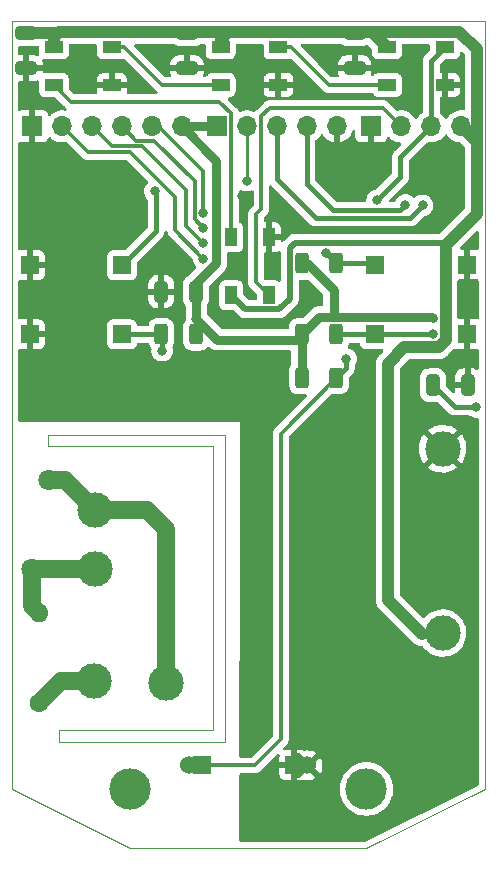
<source format=gtl>
G04 #@! TF.GenerationSoftware,KiCad,Pcbnew,5.99.0-unknown-4594d88417~130~ubuntu20.04.1*
G04 #@! TF.CreationDate,2021-07-04T17:01:16+02:00*
G04 #@! TF.ProjectId,SLS,534c532e-6b69-4636-9164-5f7063625858,rev?*
G04 #@! TF.SameCoordinates,Original*
G04 #@! TF.FileFunction,Copper,L1,Top*
G04 #@! TF.FilePolarity,Positive*
%FSLAX46Y46*%
G04 Gerber Fmt 4.6, Leading zero omitted, Abs format (unit mm)*
G04 Created by KiCad (PCBNEW 5.99.0-unknown-4594d88417~130~ubuntu20.04.1) date 2021-07-04 17:01:16*
%MOMM*%
%LPD*%
G01*
G04 APERTURE LIST*
G04 Aperture macros list*
%AMRoundRect*
0 Rectangle with rounded corners*
0 $1 Rounding radius*
0 $2 $3 $4 $5 $6 $7 $8 $9 X,Y pos of 4 corners*
0 Add a 4 corners polygon primitive as box body*
4,1,4,$2,$3,$4,$5,$6,$7,$8,$9,$2,$3,0*
0 Add four circle primitives for the rounded corners*
1,1,$1+$1,$2,$3*
1,1,$1+$1,$4,$5*
1,1,$1+$1,$6,$7*
1,1,$1+$1,$8,$9*
0 Add four rect primitives between the rounded corners*
20,1,$1+$1,$2,$3,$4,$5,0*
20,1,$1+$1,$4,$5,$6,$7,0*
20,1,$1+$1,$6,$7,$8,$9,0*
20,1,$1+$1,$8,$9,$2,$3,0*%
G04 Aperture macros list end*
G04 #@! TA.AperFunction,Profile*
%ADD10C,0.050000*%
G04 #@! TD*
G04 #@! TA.AperFunction,SMDPad,CuDef*
%ADD11RoundRect,0.250000X-0.650000X0.325000X-0.650000X-0.325000X0.650000X-0.325000X0.650000X0.325000X0*%
G04 #@! TD*
G04 #@! TA.AperFunction,SMDPad,CuDef*
%ADD12R,1.500000X1.500000*%
G04 #@! TD*
G04 #@! TA.AperFunction,SMDPad,CuDef*
%ADD13R,1.500000X1.000000*%
G04 #@! TD*
G04 #@! TA.AperFunction,ComponentPad*
%ADD14C,3.000000*%
G04 #@! TD*
G04 #@! TA.AperFunction,SMDPad,CuDef*
%ADD15RoundRect,0.250000X-0.325000X-0.650000X0.325000X-0.650000X0.325000X0.650000X-0.325000X0.650000X0*%
G04 #@! TD*
G04 #@! TA.AperFunction,SMDPad,CuDef*
%ADD16RoundRect,0.250000X-0.312500X-0.625000X0.312500X-0.625000X0.312500X0.625000X-0.312500X0.625000X0*%
G04 #@! TD*
G04 #@! TA.AperFunction,ComponentPad*
%ADD17C,1.800000*%
G04 #@! TD*
G04 #@! TA.AperFunction,ComponentPad*
%ADD18C,1.600000*%
G04 #@! TD*
G04 #@! TA.AperFunction,ComponentPad*
%ADD19O,1.600000X1.600000*%
G04 #@! TD*
G04 #@! TA.AperFunction,ComponentPad*
%ADD20C,1.524000*%
G04 #@! TD*
G04 #@! TA.AperFunction,SMDPad,CuDef*
%ADD21RoundRect,0.250000X0.312500X0.625000X-0.312500X0.625000X-0.312500X-0.625000X0.312500X-0.625000X0*%
G04 #@! TD*
G04 #@! TA.AperFunction,SMDPad,CuDef*
%ADD22R,1.000000X1.500000*%
G04 #@! TD*
G04 #@! TA.AperFunction,SMDPad,CuDef*
%ADD23RoundRect,0.250000X0.325000X0.650000X-0.325000X0.650000X-0.325000X-0.650000X0.325000X-0.650000X0*%
G04 #@! TD*
G04 #@! TA.AperFunction,ComponentPad*
%ADD24R,1.700000X1.700000*%
G04 #@! TD*
G04 #@! TA.AperFunction,ComponentPad*
%ADD25O,1.700000X1.700000*%
G04 #@! TD*
G04 #@! TA.AperFunction,ViaPad*
%ADD26C,3.500000*%
G04 #@! TD*
G04 #@! TA.AperFunction,ViaPad*
%ADD27C,0.800000*%
G04 #@! TD*
G04 #@! TA.AperFunction,Conductor*
%ADD28C,0.800000*%
G04 #@! TD*
G04 #@! TA.AperFunction,Conductor*
%ADD29C,0.400000*%
G04 #@! TD*
G04 #@! TA.AperFunction,Conductor*
%ADD30C,0.300000*%
G04 #@! TD*
G04 #@! TA.AperFunction,Conductor*
%ADD31C,0.250000*%
G04 #@! TD*
G04 #@! TA.AperFunction,Conductor*
%ADD32C,1.000000*%
G04 #@! TD*
G04 #@! TA.AperFunction,Conductor*
%ADD33C,0.500000*%
G04 #@! TD*
G04 #@! TA.AperFunction,Conductor*
%ADD34C,1.500000*%
G04 #@! TD*
G04 APERTURE END LIST*
D10*
X47000000Y-76000000D02*
X33000000Y-76000000D01*
X30000000Y-105000000D02*
X30000000Y-40000000D01*
X48000000Y-101000000D02*
X34000000Y-101000000D01*
X70000000Y-105000000D02*
X60000000Y-110000000D01*
X40000000Y-110000000D02*
X30000000Y-105000000D01*
X48000000Y-75000000D02*
X48000000Y-101000000D01*
X33000000Y-76000000D02*
X33000000Y-75000000D01*
X30000000Y-40000000D02*
X70000000Y-40000000D01*
X33000000Y-75000000D02*
X48000000Y-75000000D01*
X34000000Y-101000000D02*
X34000000Y-100000000D01*
X70000000Y-40000000D02*
X70000000Y-105000000D01*
X60000000Y-110000000D02*
X40000000Y-110000000D01*
X34000000Y-100000000D02*
X47000000Y-100000000D01*
X47000000Y-100000000D02*
X47000000Y-76000000D01*
D11*
X59000000Y-41025000D03*
X59000000Y-43975000D03*
D12*
X39300000Y-66500000D03*
X31500000Y-66500000D03*
X68500000Y-66500000D03*
X60700000Y-66500000D03*
D13*
X47650000Y-42200000D03*
X47650000Y-45400000D03*
X52550000Y-45400000D03*
X52550000Y-42200000D03*
D14*
X43000000Y-96000000D03*
X37050000Y-81400000D03*
X37050000Y-86400000D03*
X66450000Y-76200000D03*
X66450000Y-91800000D03*
D11*
X44800000Y-41025000D03*
X44800000Y-43975000D03*
D15*
X65625000Y-70800000D03*
X68575000Y-70800000D03*
D16*
X54537500Y-60500000D03*
X57462500Y-60500000D03*
D17*
X33100000Y-78850000D03*
X31700000Y-86350000D03*
D13*
X33550000Y-42200000D03*
X33550000Y-45400000D03*
X38450000Y-45400000D03*
X38450000Y-42200000D03*
D14*
X36950000Y-95900000D03*
D13*
X61750000Y-42200000D03*
X61750000Y-45400000D03*
X66650000Y-45400000D03*
X66650000Y-42200000D03*
D16*
X42637500Y-66500000D03*
X45562500Y-66500000D03*
D18*
X32300000Y-97700000D03*
D19*
X32300000Y-90080000D03*
D12*
X53900000Y-103000000D03*
D20*
X55000000Y-103000000D03*
D12*
X46100000Y-103000000D03*
D20*
X45000000Y-103000000D03*
D11*
X31200000Y-41025000D03*
X31200000Y-43975000D03*
D21*
X57462500Y-70200000D03*
X54537500Y-70200000D03*
D22*
X48550000Y-63200000D03*
X51750000Y-63200000D03*
X51750000Y-58300000D03*
X48550000Y-58300000D03*
D16*
X54537500Y-66500000D03*
X57462500Y-66500000D03*
D23*
X45575000Y-62900000D03*
X42625000Y-62900000D03*
D12*
X68500000Y-60600000D03*
X60700000Y-60600000D03*
X31500000Y-60650000D03*
X39300000Y-60650000D03*
D24*
X31700000Y-48900000D03*
D25*
X34240000Y-48900000D03*
X36780000Y-48900000D03*
X39320000Y-48900000D03*
X41860000Y-48900000D03*
X44400000Y-48900000D03*
D24*
X47325000Y-48900000D03*
D25*
X49865000Y-48900000D03*
X52405000Y-48900000D03*
X54945000Y-48900000D03*
X57485000Y-48900000D03*
D24*
X60400000Y-48900000D03*
D25*
X62940000Y-48900000D03*
X65480000Y-48900000D03*
X68020000Y-48900000D03*
D26*
X40000000Y-105000000D03*
X60000000Y-105000000D03*
D27*
X49500000Y-54800000D03*
X67600000Y-43900000D03*
X50150000Y-43900000D03*
X44700000Y-60700000D03*
X66900000Y-55700000D03*
X55200000Y-63400000D03*
X65600000Y-65100000D03*
X45600000Y-65200000D03*
X69300000Y-72650000D03*
X65600000Y-66500000D03*
X58300000Y-68600000D03*
X49850000Y-53500000D03*
X56600000Y-59600000D03*
X63300000Y-55550000D03*
X64750000Y-55600000D03*
X42100000Y-54400000D03*
X46200000Y-60100000D03*
X46200000Y-58800000D03*
X60900000Y-55150000D03*
X42700000Y-67900000D03*
X46200000Y-57500000D03*
X46200000Y-56200000D03*
D28*
X47300000Y-60500000D02*
X45600000Y-62200000D01*
X54087500Y-66950000D02*
X47350000Y-66950000D01*
D29*
X45600000Y-62925000D02*
X45575000Y-62900000D01*
D28*
X56012020Y-65025480D02*
X54537500Y-66500000D01*
X47300000Y-51800000D02*
X47300000Y-60500000D01*
X45600000Y-62200000D02*
X45600000Y-65200000D01*
D29*
X45600000Y-66462500D02*
X45562500Y-66500000D01*
X45600000Y-65200000D02*
X45600000Y-62925000D01*
D28*
X54537500Y-60500000D02*
X55000000Y-60500000D01*
X55000000Y-60500000D02*
X57225480Y-62725480D01*
X47350000Y-66950000D02*
X45600000Y-65200000D01*
X65600000Y-65100000D02*
X65525480Y-65025480D01*
D29*
X67475000Y-72650000D02*
X65625000Y-70800000D01*
D28*
X65525480Y-65025480D02*
X56012020Y-65025480D01*
X44400000Y-48900000D02*
X47325000Y-48900000D01*
D29*
X45600000Y-65200000D02*
X45600000Y-66462500D01*
D28*
X54537500Y-66500000D02*
X54087500Y-66950000D01*
X57225480Y-62725480D02*
X57225480Y-65025480D01*
X54537500Y-66500000D02*
X54537500Y-70200000D01*
X44400000Y-48900000D02*
X47300000Y-51800000D01*
D29*
X69300000Y-72650000D02*
X67475000Y-72650000D01*
X65600000Y-66500000D02*
X60700000Y-66500000D01*
X60700000Y-66500000D02*
X57462500Y-66500000D01*
D30*
X57462500Y-70200000D02*
X52750000Y-74912500D01*
X50550000Y-103000000D02*
X46100000Y-103000000D01*
X52750000Y-100800000D02*
X50550000Y-103000000D01*
X52750000Y-74912500D02*
X52750000Y-100800000D01*
D29*
X58300000Y-69362500D02*
X57462500Y-70200000D01*
X58300000Y-68600000D02*
X58300000Y-69362500D01*
D30*
X50650000Y-62100000D02*
X50650000Y-56350000D01*
X51800000Y-47350000D02*
X61390000Y-47350000D01*
X51750000Y-63200000D02*
X50650000Y-62100000D01*
X50650000Y-56350000D02*
X51100000Y-55900000D01*
X51100000Y-55900000D02*
X51100000Y-48050000D01*
X61390000Y-47350000D02*
X62940000Y-48900000D01*
X51100000Y-48050000D02*
X51800000Y-47350000D01*
D29*
X56600000Y-59600000D02*
X56600000Y-59637500D01*
D31*
X49865000Y-53485000D02*
X49850000Y-53500000D01*
D29*
X60600000Y-60500000D02*
X57462500Y-60500000D01*
X56600000Y-59637500D02*
X57462500Y-60500000D01*
D31*
X49865000Y-48900000D02*
X49865000Y-53485000D01*
D29*
X60700000Y-60600000D02*
X60600000Y-60500000D01*
X62850000Y-56000000D02*
X57200000Y-56000000D01*
X54945000Y-53745000D02*
X54945000Y-48900000D01*
X57200000Y-56000000D02*
X54945000Y-53745000D01*
X63300000Y-55550000D02*
X62850000Y-56000000D01*
X64750000Y-55600000D02*
X63700000Y-56650000D01*
X52405000Y-53355000D02*
X52405000Y-48900000D01*
X55700000Y-56650000D02*
X52405000Y-53355000D01*
X63700000Y-56650000D02*
X55700000Y-56650000D01*
D32*
X47650000Y-41550000D02*
X48300000Y-40900000D01*
X69349511Y-49950489D02*
X69070489Y-49950489D01*
X33550000Y-42200000D02*
X33550000Y-41350000D01*
D33*
X53500000Y-59200978D02*
X53950489Y-58750489D01*
D32*
X69349511Y-49950489D02*
X69349511Y-52350489D01*
X47650000Y-42200000D02*
X47650000Y-41550000D01*
X69349511Y-42390391D02*
X69349511Y-49950489D01*
X63200489Y-67599511D02*
X61800000Y-69000000D01*
X69349511Y-52350489D02*
X69349511Y-50929511D01*
D33*
X49749511Y-64399511D02*
X52609609Y-64399511D01*
D32*
X66127766Y-67599511D02*
X63200489Y-67599511D01*
X61800000Y-89000000D02*
X64700000Y-91900000D01*
D33*
X52609609Y-64399511D02*
X53500000Y-63509120D01*
D32*
X33550000Y-41350000D02*
X34000000Y-40900000D01*
X69349511Y-52350489D02*
X69349511Y-56300489D01*
X48300000Y-40900000D02*
X60450000Y-40900000D01*
X69070489Y-49950489D02*
X68020000Y-48900000D01*
X33875000Y-41025000D02*
X34000000Y-40900000D01*
X67859120Y-40900000D02*
X69349511Y-42390391D01*
X60450000Y-40900000D02*
X67859120Y-40900000D01*
D33*
X66499529Y-58750489D02*
X66699520Y-58950480D01*
D32*
X31200000Y-41025000D02*
X33875000Y-41025000D01*
D33*
X48550000Y-63200000D02*
X49749511Y-64399511D01*
D32*
X34000000Y-40900000D02*
X48300000Y-40900000D01*
X61800000Y-69000000D02*
X61800000Y-89000000D01*
X66699520Y-67027757D02*
X66127766Y-67599511D01*
X69349511Y-56300489D02*
X66699520Y-58950480D01*
D33*
X53950489Y-58750489D02*
X66499529Y-58750489D01*
D32*
X66699520Y-58950480D02*
X66699520Y-67027757D01*
X60450000Y-40900000D02*
X61750000Y-42200000D01*
D33*
X53500000Y-63509120D02*
X53500000Y-59200978D01*
D30*
X48550000Y-58300000D02*
X48550000Y-47795880D01*
X47554120Y-46800000D02*
X34950000Y-46800000D01*
X48550000Y-47795880D02*
X47554120Y-46800000D01*
X34950000Y-46800000D02*
X33550000Y-45400000D01*
X61750000Y-45400000D02*
X56800000Y-45400000D01*
X53600000Y-42200000D02*
X52550000Y-42200000D01*
X56800000Y-45400000D02*
X53600000Y-42200000D01*
X39500000Y-42200000D02*
X38450000Y-42200000D01*
X47650000Y-45400000D02*
X42700000Y-45400000D01*
X42700000Y-45400000D02*
X39500000Y-42200000D01*
D29*
X42200000Y-57750000D02*
X39300000Y-60650000D01*
X42100000Y-54400000D02*
X42200000Y-54500000D01*
X42200000Y-54500000D02*
X42200000Y-57750000D01*
D34*
X34500000Y-78850000D02*
X37050000Y-81400000D01*
X37050000Y-81400000D02*
X41400000Y-81400000D01*
X43000000Y-83000000D02*
X43000000Y-96000000D01*
X41400000Y-81400000D02*
X43000000Y-83000000D01*
X33100000Y-78850000D02*
X34500000Y-78850000D01*
X31750000Y-86400000D02*
X31700000Y-86350000D01*
X37050000Y-86400000D02*
X31750000Y-86400000D01*
X31700000Y-89480000D02*
X32300000Y-90080000D01*
X31700000Y-86350000D02*
X31700000Y-89480000D01*
D30*
X36438551Y-51098551D02*
X34240000Y-48900000D01*
X39998551Y-51098551D02*
X36438551Y-51098551D01*
X43800000Y-54900000D02*
X39998551Y-51098551D01*
X43800000Y-57700000D02*
X43800000Y-54900000D01*
X46200000Y-60100000D02*
X43800000Y-57700000D01*
X40999031Y-50599031D02*
X38479031Y-50599031D01*
X46200000Y-58800000D02*
X44700000Y-57300000D01*
X44700000Y-57300000D02*
X44700000Y-54300000D01*
X44700000Y-54300000D02*
X40999031Y-50599031D01*
X38479031Y-50599031D02*
X36780000Y-48900000D01*
D29*
X65480000Y-43370000D02*
X66650000Y-42200000D01*
X62880000Y-53170000D02*
X62880000Y-51500000D01*
X65480000Y-48900000D02*
X65480000Y-43370000D01*
X62880000Y-51500000D02*
X65480000Y-48900000D01*
X60900000Y-55150000D02*
X62880000Y-53170000D01*
D34*
X34100000Y-95900000D02*
X36950000Y-95900000D01*
X32300000Y-97700000D02*
X34100000Y-95900000D01*
D29*
X42700000Y-66562500D02*
X42637500Y-66500000D01*
X39300000Y-66500000D02*
X42637500Y-66500000D01*
X42700000Y-67900000D02*
X42700000Y-66562500D01*
D30*
X45450489Y-53550489D02*
X41999511Y-50099511D01*
X40519511Y-50099511D02*
X39320000Y-48900000D01*
X46200000Y-57500000D02*
X45450489Y-56750489D01*
X45450489Y-56750489D02*
X45450489Y-54950489D01*
X41999511Y-50099511D02*
X40519511Y-50099511D01*
X45450489Y-54950489D02*
X45450489Y-53550489D01*
X46200000Y-52700000D02*
X42440000Y-48940000D01*
X41900000Y-48940000D02*
X41860000Y-48900000D01*
X46200000Y-56200000D02*
X46200000Y-52700000D01*
X42440000Y-48940000D02*
X41900000Y-48940000D01*
G04 #@! TA.AperFunction,Conductor*
G36*
X69410032Y-57770368D02*
G01*
X69466868Y-57812915D01*
X69491679Y-57879435D01*
X69492000Y-57888424D01*
X69492000Y-59226382D01*
X69471998Y-59294503D01*
X69418342Y-59340996D01*
X69348068Y-59351100D01*
X69254446Y-59337639D01*
X69245505Y-59337000D01*
X68772115Y-59337000D01*
X68756876Y-59341475D01*
X68755671Y-59342865D01*
X68754000Y-59350548D01*
X68754000Y-61844885D01*
X68758475Y-61860124D01*
X68759865Y-61861329D01*
X68767548Y-61863000D01*
X69247743Y-61863000D01*
X69252250Y-61862839D01*
X69316269Y-61858260D01*
X69329492Y-61855874D01*
X69330508Y-61855576D01*
X69331145Y-61855576D01*
X69336133Y-61854676D01*
X69336295Y-61855576D01*
X69401505Y-61855580D01*
X69461229Y-61893967D01*
X69490718Y-61958549D01*
X69492000Y-61976474D01*
X69492000Y-65126382D01*
X69471998Y-65194503D01*
X69418342Y-65240996D01*
X69348068Y-65251100D01*
X69254446Y-65237639D01*
X69245505Y-65237000D01*
X68772115Y-65237000D01*
X68756876Y-65241475D01*
X68755671Y-65242865D01*
X68754000Y-65250548D01*
X68754000Y-67744885D01*
X68758475Y-67760124D01*
X68759865Y-67761329D01*
X68767548Y-67763000D01*
X69247743Y-67763000D01*
X69252250Y-67762839D01*
X69316269Y-67758260D01*
X69329492Y-67755874D01*
X69330508Y-67755576D01*
X69331145Y-67755576D01*
X69336133Y-67754676D01*
X69336295Y-67755576D01*
X69401505Y-67755580D01*
X69461229Y-67793967D01*
X69490718Y-67858549D01*
X69492000Y-67876474D01*
X69492000Y-69398524D01*
X69471998Y-69466645D01*
X69418342Y-69513138D01*
X69348068Y-69523242D01*
X69302714Y-69507478D01*
X69210571Y-69453957D01*
X69197246Y-69448163D01*
X69041300Y-69400932D01*
X69028677Y-69398484D01*
X68958816Y-69392249D01*
X68953221Y-69392000D01*
X68847115Y-69392000D01*
X68831876Y-69396475D01*
X68830671Y-69397865D01*
X68829000Y-69405548D01*
X68829000Y-70928000D01*
X68808998Y-70996121D01*
X68755342Y-71042614D01*
X68703000Y-71054000D01*
X67510115Y-71054000D01*
X67494876Y-71058475D01*
X67493671Y-71059865D01*
X67492000Y-71067548D01*
X67492000Y-71360839D01*
X67471998Y-71428960D01*
X67418342Y-71475453D01*
X67348068Y-71485557D01*
X67283488Y-71456063D01*
X67276905Y-71449934D01*
X66745405Y-70918434D01*
X66711379Y-70856122D01*
X66708500Y-70829339D01*
X66708500Y-70107114D01*
X66707295Y-70096779D01*
X67492000Y-70096779D01*
X67492000Y-70527885D01*
X67496475Y-70543124D01*
X67497865Y-70544329D01*
X67505548Y-70546000D01*
X68302885Y-70546000D01*
X68318124Y-70541525D01*
X68319329Y-70540135D01*
X68321000Y-70532452D01*
X68321000Y-69410115D01*
X68316525Y-69394876D01*
X68315135Y-69393671D01*
X68307452Y-69392000D01*
X68210777Y-69392000D01*
X68203476Y-69392424D01*
X68081745Y-69406617D01*
X68067590Y-69409963D01*
X67915239Y-69465263D01*
X67902240Y-69471773D01*
X67766694Y-69560641D01*
X67755542Y-69569965D01*
X67644078Y-69687629D01*
X67635365Y-69699276D01*
X67553957Y-69839429D01*
X67548163Y-69852754D01*
X67500932Y-70008700D01*
X67498484Y-70021323D01*
X67492249Y-70091184D01*
X67492000Y-70096779D01*
X66707295Y-70096779D01*
X66693022Y-69974357D01*
X66648883Y-69852754D01*
X66635184Y-69815015D01*
X66632687Y-69808136D01*
X66556930Y-69692587D01*
X66539743Y-69666372D01*
X66539742Y-69666371D01*
X66535731Y-69660253D01*
X66407355Y-69538642D01*
X66254445Y-69449825D01*
X66085204Y-69398567D01*
X66078764Y-69397992D01*
X66078763Y-69397992D01*
X66008815Y-69391749D01*
X66008809Y-69391749D01*
X66006022Y-69391500D01*
X65257114Y-69391500D01*
X65168735Y-69401804D01*
X65131629Y-69406130D01*
X65131628Y-69406130D01*
X65124357Y-69406978D01*
X65117479Y-69409474D01*
X65117477Y-69409475D01*
X65006315Y-69449825D01*
X64958136Y-69467313D01*
X64810253Y-69564269D01*
X64688642Y-69692645D01*
X64599825Y-69845555D01*
X64548567Y-70014796D01*
X64541500Y-70093978D01*
X64541500Y-71492886D01*
X64556978Y-71625643D01*
X64617313Y-71791864D01*
X64714269Y-71939747D01*
X64842645Y-72061358D01*
X64995555Y-72150175D01*
X65164796Y-72201433D01*
X65171236Y-72202008D01*
X65171237Y-72202008D01*
X65241185Y-72208251D01*
X65241191Y-72208251D01*
X65243978Y-72208500D01*
X65979339Y-72208500D01*
X66047460Y-72228502D01*
X66068435Y-72245405D01*
X66955673Y-73132644D01*
X66961526Y-73138910D01*
X66997575Y-73180234D01*
X67049843Y-73216969D01*
X67055127Y-73220893D01*
X67105388Y-73260302D01*
X67112312Y-73263428D01*
X67114625Y-73264829D01*
X67129241Y-73273166D01*
X67131618Y-73274441D01*
X67137835Y-73278810D01*
X67144914Y-73281570D01*
X67144916Y-73281571D01*
X67173229Y-73292609D01*
X67197348Y-73302013D01*
X67203423Y-73304566D01*
X67254711Y-73327724D01*
X67254713Y-73327725D01*
X67261635Y-73330850D01*
X67269105Y-73332234D01*
X67271670Y-73333038D01*
X67287902Y-73337662D01*
X67290483Y-73338325D01*
X67297560Y-73341084D01*
X67360896Y-73349422D01*
X67367388Y-73350450D01*
X67430199Y-73362092D01*
X67437779Y-73361655D01*
X67437780Y-73361655D01*
X67469690Y-73359815D01*
X67488869Y-73358709D01*
X67496120Y-73358500D01*
X68688601Y-73358500D01*
X68762661Y-73382563D01*
X68843250Y-73441114D01*
X68849278Y-73443798D01*
X68849280Y-73443799D01*
X69011682Y-73516105D01*
X69017713Y-73518790D01*
X69107999Y-73537981D01*
X69198056Y-73557124D01*
X69198061Y-73557124D01*
X69204513Y-73558496D01*
X69366000Y-73558496D01*
X69434121Y-73578498D01*
X69480614Y-73632154D01*
X69492000Y-73684496D01*
X69492000Y-104608167D01*
X69471998Y-104676288D01*
X69422350Y-104720864D01*
X59906682Y-109478698D01*
X59850333Y-109492000D01*
X49376000Y-109492000D01*
X49307879Y-109471998D01*
X49261386Y-109418342D01*
X49250000Y-109366000D01*
X49250000Y-105000000D01*
X57736500Y-105000000D01*
X57736770Y-105004119D01*
X57754961Y-105281649D01*
X57755865Y-105295446D01*
X57756669Y-105299486D01*
X57756669Y-105299489D01*
X57791303Y-105473605D01*
X57813627Y-105585837D01*
X57908799Y-105866204D01*
X58039751Y-106131750D01*
X58204245Y-106377931D01*
X58399464Y-106600536D01*
X58622069Y-106795755D01*
X58868250Y-106960249D01*
X58871949Y-106962073D01*
X58871954Y-106962076D01*
X59008016Y-107029174D01*
X59133796Y-107091201D01*
X59137701Y-107092527D01*
X59137702Y-107092527D01*
X59410256Y-107185047D01*
X59410260Y-107185048D01*
X59414163Y-107186373D01*
X59418202Y-107187176D01*
X59418208Y-107187178D01*
X59700511Y-107243331D01*
X59700514Y-107243331D01*
X59704554Y-107244135D01*
X59708665Y-107244404D01*
X59708669Y-107244405D01*
X59995881Y-107263230D01*
X60000000Y-107263500D01*
X60004119Y-107263230D01*
X60291331Y-107244405D01*
X60291335Y-107244404D01*
X60295446Y-107244135D01*
X60299486Y-107243331D01*
X60299489Y-107243331D01*
X60581792Y-107187178D01*
X60581798Y-107187176D01*
X60585837Y-107186373D01*
X60589740Y-107185048D01*
X60589744Y-107185047D01*
X60862298Y-107092527D01*
X60862299Y-107092527D01*
X60866204Y-107091201D01*
X60991984Y-107029174D01*
X61128046Y-106962076D01*
X61128051Y-106962073D01*
X61131750Y-106960249D01*
X61377931Y-106795755D01*
X61600536Y-106600536D01*
X61795755Y-106377931D01*
X61960249Y-106131750D01*
X62091201Y-105866204D01*
X62186373Y-105585837D01*
X62208698Y-105473605D01*
X62243331Y-105299489D01*
X62243331Y-105299486D01*
X62244135Y-105295446D01*
X62245040Y-105281649D01*
X62263230Y-105004119D01*
X62263500Y-105000000D01*
X62244135Y-104704554D01*
X62186373Y-104414163D01*
X62133456Y-104258273D01*
X62092527Y-104137702D01*
X62092527Y-104137701D01*
X62091201Y-104133796D01*
X62013923Y-103977090D01*
X61962076Y-103871954D01*
X61962073Y-103871949D01*
X61960249Y-103868250D01*
X61795755Y-103622069D01*
X61600536Y-103399464D01*
X61377931Y-103204245D01*
X61131750Y-103039751D01*
X61128051Y-103037927D01*
X61128046Y-103037924D01*
X60991984Y-102970826D01*
X60866204Y-102908799D01*
X60862298Y-102907473D01*
X60589744Y-102814953D01*
X60589740Y-102814952D01*
X60585837Y-102813627D01*
X60581798Y-102812824D01*
X60581792Y-102812822D01*
X60299489Y-102756669D01*
X60299486Y-102756669D01*
X60295446Y-102755865D01*
X60291335Y-102755596D01*
X60291331Y-102755595D01*
X60004119Y-102736770D01*
X60000000Y-102736500D01*
X59995881Y-102736770D01*
X59708669Y-102755595D01*
X59708665Y-102755596D01*
X59704554Y-102755865D01*
X59700514Y-102756669D01*
X59700511Y-102756669D01*
X59418208Y-102812822D01*
X59418202Y-102812824D01*
X59414163Y-102813627D01*
X59410260Y-102814952D01*
X59410256Y-102814953D01*
X59137702Y-102907473D01*
X59133796Y-102908799D01*
X59008016Y-102970826D01*
X58871954Y-103037924D01*
X58871949Y-103037927D01*
X58868250Y-103039751D01*
X58622069Y-103204245D01*
X58399464Y-103399464D01*
X58204245Y-103622069D01*
X58039751Y-103868250D01*
X58037927Y-103871949D01*
X58037924Y-103871954D01*
X57986077Y-103977090D01*
X57908799Y-104133796D01*
X57907473Y-104137701D01*
X57907473Y-104137702D01*
X57866545Y-104258273D01*
X57813627Y-104414163D01*
X57755865Y-104704554D01*
X57736500Y-105000000D01*
X49250000Y-105000000D01*
X49250000Y-103784500D01*
X49270002Y-103716379D01*
X49323658Y-103669886D01*
X49376000Y-103658500D01*
X50470420Y-103658500D01*
X50480484Y-103658974D01*
X50487559Y-103660556D01*
X50551011Y-103658562D01*
X50554969Y-103658500D01*
X50589579Y-103658500D01*
X50593510Y-103658003D01*
X50593516Y-103658003D01*
X50595805Y-103657714D01*
X50607630Y-103656783D01*
X50644114Y-103655636D01*
X50653794Y-103655332D01*
X50661410Y-103653119D01*
X50661412Y-103653119D01*
X50674386Y-103649350D01*
X50693745Y-103645341D01*
X50707141Y-103643649D01*
X50707144Y-103643648D01*
X50715006Y-103642655D01*
X50722372Y-103639738D01*
X50722378Y-103639737D01*
X50757932Y-103625660D01*
X50769161Y-103621815D01*
X50774503Y-103620263D01*
X50813508Y-103608931D01*
X50831964Y-103598016D01*
X50849713Y-103589320D01*
X50869644Y-103581429D01*
X50892936Y-103564506D01*
X50907002Y-103554287D01*
X50916923Y-103547770D01*
X50951556Y-103527288D01*
X50956663Y-103524268D01*
X50959435Y-103521825D01*
X50973021Y-103508239D01*
X50988048Y-103495404D01*
X51004197Y-103483671D01*
X51009251Y-103477562D01*
X51009253Y-103477560D01*
X51032067Y-103449983D01*
X51040057Y-103441203D01*
X51213712Y-103267548D01*
X52637000Y-103267548D01*
X52637000Y-103747743D01*
X52637161Y-103752250D01*
X52641740Y-103816269D01*
X52644126Y-103829491D01*
X52680819Y-103954458D01*
X52688233Y-103970692D01*
X52757426Y-104078360D01*
X52769112Y-104091847D01*
X52865840Y-104175662D01*
X52880848Y-104185307D01*
X52997275Y-104238477D01*
X53014388Y-104243502D01*
X53145554Y-104262361D01*
X53154495Y-104263000D01*
X53627885Y-104263000D01*
X53643124Y-104258525D01*
X53644329Y-104257135D01*
X53646000Y-104249452D01*
X53646000Y-104021224D01*
X54154000Y-104021224D01*
X54154000Y-104244885D01*
X54158475Y-104260124D01*
X54159865Y-104261329D01*
X54167548Y-104263000D01*
X54647743Y-104263000D01*
X54652250Y-104262839D01*
X54716271Y-104258260D01*
X54733696Y-104255116D01*
X54777954Y-104255029D01*
X54784080Y-104256110D01*
X54994525Y-104274521D01*
X55005475Y-104274521D01*
X55215921Y-104256109D01*
X55226716Y-104254206D01*
X55430766Y-104199531D01*
X55441058Y-104195785D01*
X55632513Y-104106508D01*
X55642008Y-104101025D01*
X55685871Y-104070312D01*
X55694246Y-104059835D01*
X55687178Y-104046388D01*
X55012812Y-103372022D01*
X54998868Y-103364408D01*
X54997035Y-103364539D01*
X54990420Y-103368790D01*
X54342390Y-104016820D01*
X54280078Y-104050846D01*
X54209263Y-104045781D01*
X54176470Y-104024706D01*
X54156723Y-104013923D01*
X54154000Y-104021224D01*
X53646000Y-104021224D01*
X53646000Y-103272115D01*
X53644659Y-103267548D01*
X54154000Y-103267548D01*
X54154000Y-103468675D01*
X54157237Y-103479700D01*
X54164328Y-103476462D01*
X54373978Y-103266812D01*
X54379487Y-103256723D01*
X54372186Y-103254000D01*
X54172115Y-103254000D01*
X54156876Y-103258475D01*
X54155671Y-103259865D01*
X54154000Y-103267548D01*
X53644659Y-103267548D01*
X53641525Y-103256876D01*
X53640135Y-103255671D01*
X53632452Y-103254000D01*
X52655115Y-103254000D01*
X52639876Y-103258475D01*
X52638671Y-103259865D01*
X52637000Y-103267548D01*
X51213712Y-103267548D01*
X51480128Y-103001132D01*
X55364408Y-103001132D01*
X55364539Y-103002965D01*
X55368790Y-103009580D01*
X56047109Y-103687899D01*
X56058884Y-103694329D01*
X56070899Y-103685033D01*
X56101025Y-103642008D01*
X56106508Y-103632513D01*
X56195785Y-103441058D01*
X56199531Y-103430766D01*
X56254206Y-103226716D01*
X56256109Y-103215921D01*
X56274521Y-103005475D01*
X56274521Y-102994525D01*
X56256109Y-102784079D01*
X56254206Y-102773284D01*
X56199531Y-102569234D01*
X56195785Y-102558942D01*
X56106508Y-102367487D01*
X56101025Y-102357992D01*
X56070312Y-102314129D01*
X56059835Y-102305754D01*
X56046388Y-102312822D01*
X55372022Y-102987188D01*
X55364408Y-103001132D01*
X51480128Y-103001132D01*
X52437443Y-102043817D01*
X52499755Y-102009791D01*
X52570570Y-102014856D01*
X52627406Y-102057403D01*
X52652217Y-102123923D01*
X52651256Y-102150843D01*
X52637639Y-102245552D01*
X52637000Y-102254495D01*
X52637000Y-102727885D01*
X52641475Y-102743124D01*
X52642865Y-102744329D01*
X52650548Y-102746000D01*
X53627885Y-102746000D01*
X53643124Y-102741525D01*
X53644329Y-102740135D01*
X53646000Y-102732452D01*
X53646000Y-102527814D01*
X54154000Y-102527814D01*
X54154000Y-102727885D01*
X54158475Y-102743124D01*
X54159865Y-102744329D01*
X54167548Y-102746000D01*
X54368675Y-102746000D01*
X54379700Y-102742763D01*
X54376462Y-102735672D01*
X54166812Y-102526022D01*
X54156723Y-102520513D01*
X54154000Y-102527814D01*
X53646000Y-102527814D01*
X53646000Y-101755115D01*
X53644659Y-101750548D01*
X54154000Y-101750548D01*
X54154000Y-101975265D01*
X54157237Y-101986290D01*
X54164978Y-101982755D01*
X54226512Y-101949154D01*
X54297327Y-101954219D01*
X54342390Y-101983180D01*
X54987188Y-102627978D01*
X55001132Y-102635592D01*
X55002965Y-102635461D01*
X55009580Y-102631210D01*
X55687899Y-101952891D01*
X55694329Y-101941116D01*
X55685033Y-101929101D01*
X55642008Y-101898975D01*
X55632513Y-101893492D01*
X55441058Y-101804215D01*
X55430766Y-101800469D01*
X55226716Y-101745794D01*
X55215921Y-101743891D01*
X55005475Y-101725479D01*
X54994525Y-101725479D01*
X54784078Y-101743891D01*
X54767871Y-101746749D01*
X54767641Y-101745446D01*
X54726010Y-101747929D01*
X54654463Y-101737642D01*
X54645494Y-101737000D01*
X54172115Y-101737000D01*
X54156876Y-101741475D01*
X54155671Y-101742865D01*
X54154000Y-101750548D01*
X53644659Y-101750548D01*
X53641525Y-101739876D01*
X53640135Y-101738671D01*
X53632452Y-101737000D01*
X53152257Y-101737000D01*
X53147750Y-101737161D01*
X53083731Y-101741740D01*
X53063867Y-101745324D01*
X53063560Y-101743622D01*
X53001227Y-101743624D01*
X52941500Y-101705241D01*
X52912006Y-101640661D01*
X52922108Y-101570387D01*
X52947628Y-101533632D01*
X53159358Y-101321902D01*
X53166810Y-101315120D01*
X53172931Y-101311236D01*
X53216389Y-101264958D01*
X53219143Y-101262117D01*
X53243617Y-101237643D01*
X53246044Y-101234515D01*
X53246053Y-101234504D01*
X53247474Y-101232672D01*
X53255174Y-101223657D01*
X53281358Y-101195773D01*
X53286783Y-101189996D01*
X53294571Y-101175830D01*
X53297112Y-101171209D01*
X53307966Y-101154685D01*
X53316245Y-101144012D01*
X53316245Y-101144011D01*
X53321103Y-101137749D01*
X53339447Y-101095359D01*
X53344657Y-101084722D01*
X53366907Y-101044251D01*
X53371063Y-101028065D01*
X53372239Y-101023486D01*
X53378642Y-101004783D01*
X53384006Y-100992387D01*
X53384006Y-100992386D01*
X53387155Y-100985110D01*
X53388395Y-100977280D01*
X53388397Y-100977274D01*
X53394380Y-100939502D01*
X53396786Y-100927882D01*
X53406791Y-100888914D01*
X53406792Y-100888908D01*
X53408268Y-100883159D01*
X53408500Y-100879472D01*
X53408500Y-100860263D01*
X53410051Y-100840552D01*
X53411933Y-100828670D01*
X53413173Y-100820841D01*
X53409059Y-100777319D01*
X53408500Y-100765462D01*
X53408500Y-75237450D01*
X53428502Y-75169329D01*
X53445405Y-75148355D01*
X56975479Y-71618281D01*
X57037791Y-71584255D01*
X57075774Y-71581875D01*
X57093978Y-71583500D01*
X57817886Y-71583500D01*
X57913106Y-71572398D01*
X57943371Y-71568870D01*
X57943372Y-71568870D01*
X57950643Y-71568022D01*
X57957521Y-71565526D01*
X57957523Y-71565525D01*
X58109985Y-71510184D01*
X58116864Y-71507687D01*
X58264747Y-71410731D01*
X58386358Y-71282355D01*
X58475175Y-71129445D01*
X58526433Y-70960204D01*
X58531124Y-70907645D01*
X58533251Y-70883815D01*
X58533251Y-70883809D01*
X58533500Y-70881022D01*
X58533500Y-70183161D01*
X58553502Y-70115040D01*
X58570405Y-70094066D01*
X58782637Y-69881834D01*
X58788903Y-69875980D01*
X58815528Y-69852754D01*
X58830234Y-69839925D01*
X58866963Y-69787664D01*
X58870896Y-69782370D01*
X58871046Y-69782179D01*
X58910303Y-69732112D01*
X58913428Y-69725191D01*
X58914815Y-69722901D01*
X58923173Y-69708247D01*
X58924443Y-69705879D01*
X58928810Y-69699665D01*
X58952011Y-69640160D01*
X58954566Y-69634081D01*
X58977723Y-69582792D01*
X58980851Y-69575865D01*
X58982236Y-69568392D01*
X58983043Y-69565817D01*
X58987651Y-69549640D01*
X58988324Y-69547019D01*
X58991084Y-69539940D01*
X58999421Y-69476611D01*
X59000452Y-69470104D01*
X59000970Y-69467313D01*
X59012092Y-69407301D01*
X59011589Y-69398567D01*
X59008709Y-69348626D01*
X59008500Y-69341373D01*
X59008500Y-69218739D01*
X59032562Y-69144681D01*
X59034623Y-69141845D01*
X59039037Y-69136942D01*
X59048501Y-69120551D01*
X59131220Y-68977277D01*
X59131221Y-68977276D01*
X59134524Y-68971554D01*
X59187505Y-68808496D01*
X59191498Y-68796206D01*
X59191498Y-68796205D01*
X59193538Y-68789927D01*
X59213500Y-68600000D01*
X59207234Y-68540381D01*
X59194228Y-68416637D01*
X59194228Y-68416636D01*
X59193538Y-68410073D01*
X59175167Y-68353531D01*
X59140615Y-68247193D01*
X59134524Y-68228446D01*
X59039037Y-68063058D01*
X58943685Y-67957158D01*
X58915673Y-67926048D01*
X58915672Y-67926047D01*
X58911251Y-67921137D01*
X58905909Y-67917256D01*
X58905907Y-67917254D01*
X58762092Y-67812767D01*
X58762091Y-67812766D01*
X58756750Y-67808886D01*
X58750722Y-67806202D01*
X58750720Y-67806201D01*
X58588318Y-67733895D01*
X58588317Y-67733895D01*
X58582287Y-67731210D01*
X58575832Y-67729838D01*
X58575823Y-67729835D01*
X58501031Y-67713937D01*
X58438558Y-67680209D01*
X58404237Y-67618059D01*
X58408965Y-67547220D01*
X58418275Y-67527406D01*
X58471498Y-67435775D01*
X58475175Y-67429445D01*
X58477451Y-67421933D01*
X58514993Y-67297977D01*
X58553882Y-67238578D01*
X58618711Y-67209635D01*
X58635583Y-67208500D01*
X59316487Y-67208500D01*
X59384608Y-67228502D01*
X59431101Y-67282158D01*
X59440485Y-67312128D01*
X59441245Y-67316340D01*
X59441727Y-67323079D01*
X59443630Y-67329559D01*
X59443630Y-67329561D01*
X59478632Y-67448766D01*
X59482904Y-67463316D01*
X59507426Y-67501472D01*
X59557051Y-67578691D01*
X59557053Y-67578694D01*
X59561923Y-67586271D01*
X59568733Y-67592172D01*
X59665569Y-67676082D01*
X59665572Y-67676084D01*
X59672381Y-67681984D01*
X59680579Y-67685728D01*
X59780171Y-67731210D01*
X59805330Y-67742700D01*
X59814245Y-67743982D01*
X59814246Y-67743982D01*
X59945552Y-67762861D01*
X59945559Y-67762862D01*
X59950000Y-67763500D01*
X61306076Y-67763500D01*
X61374197Y-67783502D01*
X61420690Y-67837158D01*
X61430794Y-67907432D01*
X61401300Y-67972012D01*
X61395171Y-67978595D01*
X61131404Y-68242362D01*
X61121262Y-68251464D01*
X61090891Y-68275882D01*
X61086932Y-68280600D01*
X61086927Y-68280605D01*
X61057607Y-68315548D01*
X61054421Y-68319201D01*
X61053018Y-68320748D01*
X61050825Y-68322941D01*
X61024340Y-68355183D01*
X61023562Y-68356121D01*
X60963747Y-68427406D01*
X60961178Y-68432079D01*
X60957797Y-68436195D01*
X60913836Y-68518182D01*
X60913303Y-68519164D01*
X60872011Y-68594274D01*
X60868456Y-68600740D01*
X60866843Y-68605824D01*
X60864327Y-68610517D01*
X60862527Y-68616405D01*
X60837156Y-68699387D01*
X60836764Y-68700645D01*
X60808647Y-68789282D01*
X60808053Y-68794578D01*
X60806495Y-68799674D01*
X60805872Y-68805807D01*
X60805871Y-68805812D01*
X60797102Y-68892151D01*
X60796971Y-68893385D01*
X60791500Y-68942155D01*
X60791500Y-68945679D01*
X60791458Y-68946430D01*
X60791009Y-68952129D01*
X60787237Y-68989269D01*
X60786506Y-68996462D01*
X60787086Y-69002593D01*
X60790941Y-69043379D01*
X60791500Y-69055237D01*
X60791500Y-88937045D01*
X60790763Y-88950653D01*
X60786555Y-88989387D01*
X60787092Y-88995525D01*
X60787092Y-88995530D01*
X60791067Y-89040963D01*
X60791397Y-89045800D01*
X60791500Y-89047909D01*
X60791500Y-89050994D01*
X60793737Y-89073801D01*
X60795568Y-89092477D01*
X60795686Y-89093751D01*
X60803795Y-89186435D01*
X60805282Y-89191553D01*
X60805802Y-89196857D01*
X60807583Y-89202756D01*
X60832654Y-89285795D01*
X60833024Y-89287043D01*
X60858979Y-89376382D01*
X60861434Y-89381119D01*
X60862973Y-89386215D01*
X60865862Y-89391648D01*
X60865863Y-89391651D01*
X60906608Y-89468282D01*
X60907220Y-89469449D01*
X60950007Y-89551992D01*
X60953333Y-89556159D01*
X60955834Y-89560862D01*
X60959728Y-89565637D01*
X60959729Y-89565638D01*
X61014556Y-89632862D01*
X61015385Y-89633890D01*
X61043771Y-89669449D01*
X61043780Y-89669459D01*
X61045980Y-89672215D01*
X61048486Y-89674721D01*
X61048960Y-89675251D01*
X61052665Y-89679589D01*
X61080850Y-89714147D01*
X61085597Y-89718074D01*
X61085599Y-89718076D01*
X61117161Y-89744186D01*
X61125941Y-89752176D01*
X64022941Y-92649175D01*
X64136195Y-92742203D01*
X64310517Y-92835673D01*
X64418738Y-92868760D01*
X64493776Y-92891702D01*
X64493778Y-92891702D01*
X64499674Y-92893505D01*
X64529928Y-92896578D01*
X64690334Y-92912872D01*
X64690339Y-92912872D01*
X64696462Y-92913494D01*
X64702592Y-92912915D01*
X64708761Y-92912936D01*
X64708753Y-92915129D01*
X64768753Y-92926756D01*
X64814743Y-92967324D01*
X64872033Y-93050681D01*
X65056370Y-93253264D01*
X65059659Y-93256014D01*
X65263202Y-93426204D01*
X65263207Y-93426208D01*
X65266494Y-93428956D01*
X65327921Y-93467489D01*
X65494879Y-93572222D01*
X65494883Y-93572224D01*
X65498519Y-93574505D01*
X65748150Y-93687217D01*
X65752270Y-93688437D01*
X65752269Y-93688437D01*
X66006656Y-93763790D01*
X66006660Y-93763791D01*
X66010769Y-93765008D01*
X66015003Y-93765656D01*
X66015008Y-93765657D01*
X66252763Y-93802038D01*
X66281515Y-93806438D01*
X66420876Y-93808628D01*
X66551087Y-93810674D01*
X66551093Y-93810674D01*
X66555378Y-93810741D01*
X66559630Y-93810226D01*
X66559638Y-93810226D01*
X66769761Y-93784797D01*
X66827292Y-93777835D01*
X66831441Y-93776747D01*
X66831444Y-93776746D01*
X67088074Y-93709421D01*
X67092225Y-93708332D01*
X67096185Y-93706692D01*
X67096190Y-93706690D01*
X67218749Y-93655924D01*
X67345273Y-93603516D01*
X67581755Y-93465327D01*
X67585121Y-93462688D01*
X67585128Y-93462683D01*
X67793922Y-93298966D01*
X67797294Y-93296322D01*
X67987903Y-93099629D01*
X67990436Y-93096181D01*
X67990440Y-93096176D01*
X68147516Y-92882342D01*
X68150054Y-92878887D01*
X68274778Y-92649175D01*
X68278697Y-92641957D01*
X68278698Y-92641955D01*
X68280747Y-92638181D01*
X68377563Y-92381966D01*
X68438710Y-92114981D01*
X68463058Y-91842168D01*
X68463500Y-91800000D01*
X68444871Y-91526737D01*
X68389328Y-91258530D01*
X68297899Y-91000343D01*
X68172276Y-90756953D01*
X68014783Y-90532863D01*
X67828336Y-90332222D01*
X67825021Y-90329508D01*
X67825017Y-90329505D01*
X67619701Y-90161456D01*
X67616383Y-90158740D01*
X67382847Y-90015629D01*
X67378930Y-90013910D01*
X67378927Y-90013908D01*
X67268352Y-89965369D01*
X67132049Y-89905537D01*
X67127921Y-89904361D01*
X67127918Y-89904360D01*
X67046437Y-89881150D01*
X66868630Y-89830500D01*
X66864388Y-89829896D01*
X66864382Y-89829895D01*
X66601716Y-89792512D01*
X66597465Y-89791907D01*
X66453060Y-89791151D01*
X66327857Y-89790495D01*
X66327851Y-89790495D01*
X66323571Y-89790473D01*
X66319327Y-89791032D01*
X66319323Y-89791032D01*
X66199862Y-89806760D01*
X66052017Y-89826224D01*
X66047877Y-89827357D01*
X66047875Y-89827357D01*
X65801206Y-89894838D01*
X65787827Y-89898498D01*
X65535890Y-90005958D01*
X65417074Y-90077068D01*
X65304550Y-90144412D01*
X65304546Y-90144415D01*
X65300868Y-90146616D01*
X65297525Y-90149294D01*
X65297521Y-90149297D01*
X65242985Y-90192989D01*
X65087110Y-90317869D01*
X65084162Y-90320976D01*
X65084155Y-90320982D01*
X64911750Y-90502660D01*
X64850350Y-90538305D01*
X64779426Y-90535096D01*
X64731258Y-90505023D01*
X62845405Y-88619171D01*
X62811380Y-88556859D01*
X62808500Y-88530076D01*
X62808500Y-77789872D01*
X65225400Y-77789872D01*
X65232455Y-77799845D01*
X65263492Y-77825795D01*
X65270429Y-77830835D01*
X65495115Y-77971781D01*
X65502667Y-77975830D01*
X65744412Y-78084983D01*
X65752445Y-78087970D01*
X66006760Y-78163300D01*
X66015121Y-78165169D01*
X66277316Y-78205291D01*
X66285849Y-78206007D01*
X66551061Y-78210174D01*
X66559612Y-78209725D01*
X66822935Y-78177860D01*
X66831349Y-78176255D01*
X67087914Y-78108947D01*
X67096030Y-78106216D01*
X67341086Y-78004710D01*
X67348754Y-78000904D01*
X67577771Y-77867077D01*
X67584852Y-77862264D01*
X67664874Y-77799520D01*
X67673344Y-77787661D01*
X67666827Y-77776037D01*
X66462812Y-76572022D01*
X66448868Y-76564408D01*
X66447035Y-76564539D01*
X66440420Y-76568790D01*
X65232692Y-77776518D01*
X65225400Y-77789872D01*
X62808500Y-77789872D01*
X62808500Y-76183200D01*
X64437357Y-76183200D01*
X64452626Y-76448009D01*
X64453699Y-76456509D01*
X64504766Y-76716796D01*
X64506979Y-76725058D01*
X64592900Y-76976014D01*
X64596216Y-76983900D01*
X64715399Y-77220869D01*
X64719756Y-77228235D01*
X64849127Y-77416472D01*
X64859380Y-77424815D01*
X64873121Y-77417669D01*
X66077978Y-76212812D01*
X66084356Y-76201132D01*
X66814408Y-76201132D01*
X66814539Y-76202965D01*
X66818790Y-76209580D01*
X68025949Y-77416739D01*
X68038159Y-77423406D01*
X68049658Y-77414717D01*
X68147094Y-77282074D01*
X68151678Y-77274851D01*
X68278242Y-77041749D01*
X68281810Y-77033955D01*
X68375568Y-76785833D01*
X68378041Y-76777641D01*
X68437260Y-76519083D01*
X68438598Y-76510629D01*
X68462339Y-76244622D01*
X68462585Y-76239683D01*
X68462974Y-76202485D01*
X68462831Y-76197519D01*
X68444667Y-75931082D01*
X68443506Y-75922608D01*
X68389715Y-75662861D01*
X68387416Y-75654626D01*
X68298871Y-75404582D01*
X68295474Y-75396732D01*
X68173816Y-75161025D01*
X68169378Y-75153698D01*
X68050252Y-74984197D01*
X68039730Y-74975816D01*
X68026342Y-74982868D01*
X66822022Y-76187188D01*
X66814408Y-76201132D01*
X66084356Y-76201132D01*
X66085592Y-76198868D01*
X66085461Y-76197035D01*
X66081210Y-76190420D01*
X64873594Y-74982804D01*
X64861584Y-74976246D01*
X64849844Y-74985214D01*
X64741673Y-75135749D01*
X64737156Y-75143034D01*
X64613044Y-75377442D01*
X64609558Y-75385270D01*
X64518404Y-75634360D01*
X64516015Y-75642583D01*
X64459508Y-75901749D01*
X64458259Y-75910205D01*
X64437446Y-76174650D01*
X64437357Y-76183200D01*
X62808500Y-76183200D01*
X62808500Y-74612283D01*
X65226366Y-74612283D01*
X65232761Y-74623551D01*
X66437188Y-75827978D01*
X66451132Y-75835592D01*
X66452965Y-75835461D01*
X66459580Y-75831210D01*
X67666822Y-74623968D01*
X67674013Y-74610799D01*
X67666690Y-74600562D01*
X67619411Y-74561863D01*
X67612439Y-74556909D01*
X67386265Y-74418308D01*
X67378695Y-74414351D01*
X67135808Y-74307732D01*
X67127748Y-74304830D01*
X66872656Y-74232166D01*
X66864278Y-74230384D01*
X66601679Y-74193011D01*
X66593132Y-74192384D01*
X66327889Y-74190994D01*
X66319355Y-74191531D01*
X66056372Y-74226154D01*
X66047974Y-74227847D01*
X65792130Y-74297838D01*
X65784043Y-74300654D01*
X65540069Y-74404718D01*
X65532430Y-74408611D01*
X65304836Y-74544823D01*
X65297807Y-74549709D01*
X65234835Y-74600158D01*
X65226366Y-74612283D01*
X62808500Y-74612283D01*
X62808500Y-69469925D01*
X62828502Y-69401804D01*
X62845405Y-69380830D01*
X63581319Y-68644916D01*
X63643631Y-68610890D01*
X63670414Y-68608011D01*
X66064811Y-68608011D01*
X66078419Y-68608748D01*
X66111029Y-68612291D01*
X66111032Y-68612291D01*
X66117153Y-68612956D01*
X66123291Y-68612419D01*
X66123296Y-68612419D01*
X66168729Y-68608444D01*
X66173566Y-68608114D01*
X66175675Y-68608011D01*
X66178760Y-68608011D01*
X66220318Y-68603936D01*
X66221517Y-68603825D01*
X66265784Y-68599952D01*
X66308066Y-68596253D01*
X66308069Y-68596253D01*
X66314201Y-68595716D01*
X66319319Y-68594229D01*
X66324623Y-68593709D01*
X66390061Y-68573952D01*
X66413561Y-68566857D01*
X66414826Y-68566482D01*
X66498239Y-68542249D01*
X66498242Y-68542248D01*
X66504148Y-68540532D01*
X66508885Y-68538077D01*
X66513981Y-68536538D01*
X66519414Y-68533649D01*
X66519417Y-68533648D01*
X66596048Y-68492903D01*
X66597215Y-68492291D01*
X66674283Y-68452342D01*
X66679758Y-68449504D01*
X66683925Y-68446178D01*
X66688628Y-68443677D01*
X66702203Y-68432606D01*
X66760628Y-68384955D01*
X66761656Y-68384126D01*
X66797215Y-68355740D01*
X66797225Y-68355731D01*
X66799981Y-68353531D01*
X66802487Y-68351025D01*
X66803017Y-68350551D01*
X66807355Y-68346846D01*
X66841913Y-68318661D01*
X66871959Y-68282342D01*
X66879936Y-68273576D01*
X67368120Y-67785391D01*
X67378264Y-67776289D01*
X67403829Y-67755735D01*
X67403833Y-67755731D01*
X67408629Y-67751875D01*
X67412589Y-67747156D01*
X67415559Y-67744247D01*
X67478224Y-67710875D01*
X67548983Y-67716680D01*
X67556060Y-67719655D01*
X67597275Y-67738477D01*
X67614388Y-67743502D01*
X67745554Y-67762361D01*
X67754495Y-67763000D01*
X68227885Y-67763000D01*
X68243124Y-67758525D01*
X68244329Y-67757135D01*
X68246000Y-67749452D01*
X68246000Y-65255115D01*
X68241525Y-65239876D01*
X68240135Y-65238671D01*
X68232452Y-65237000D01*
X67834020Y-65237000D01*
X67765899Y-65216998D01*
X67719406Y-65163342D01*
X67708020Y-65111000D01*
X67708020Y-61989000D01*
X67728022Y-61920879D01*
X67781678Y-61874386D01*
X67834020Y-61863000D01*
X68227885Y-61863000D01*
X68243124Y-61858525D01*
X68244329Y-61857135D01*
X68246000Y-61849452D01*
X68246000Y-59355115D01*
X68241525Y-59339876D01*
X68240135Y-59338671D01*
X68232452Y-59337000D01*
X68043425Y-59337000D01*
X67975304Y-59316998D01*
X67928811Y-59263342D01*
X67918707Y-59193068D01*
X67948201Y-59128488D01*
X67954330Y-59121905D01*
X69276905Y-57799329D01*
X69339217Y-57765304D01*
X69410032Y-57770368D01*
G37*
G04 #@! TD.AperFunction*
G04 #@! TA.AperFunction,Conductor*
G36*
X37128621Y-41928502D02*
G01*
X37175114Y-41982158D01*
X37186500Y-42034500D01*
X37186500Y-42700000D01*
X37191727Y-42773079D01*
X37210130Y-42835754D01*
X37229268Y-42900932D01*
X37232904Y-42913316D01*
X37237775Y-42920895D01*
X37307051Y-43028691D01*
X37307053Y-43028694D01*
X37311923Y-43036271D01*
X37318733Y-43042172D01*
X37415569Y-43126082D01*
X37415572Y-43126084D01*
X37422381Y-43131984D01*
X37430579Y-43135728D01*
X37516746Y-43175079D01*
X37555330Y-43192700D01*
X37564245Y-43193982D01*
X37564246Y-43193982D01*
X37695552Y-43212861D01*
X37695559Y-43212862D01*
X37700000Y-43213500D01*
X39200000Y-43213500D01*
X39273079Y-43208273D01*
X39357626Y-43183448D01*
X39404667Y-43169636D01*
X39404670Y-43169635D01*
X39413316Y-43167096D01*
X39418378Y-43163843D01*
X39487154Y-43153955D01*
X39551735Y-43183448D01*
X39558317Y-43189577D01*
X42178098Y-45809358D01*
X42184880Y-45816810D01*
X42188764Y-45822931D01*
X42194541Y-45828356D01*
X42235041Y-45866388D01*
X42237883Y-45869143D01*
X42262356Y-45893616D01*
X42267318Y-45897465D01*
X42276340Y-45905170D01*
X42296019Y-45923650D01*
X42331985Y-45984863D01*
X42329146Y-46055803D01*
X42288406Y-46113947D01*
X42222697Y-46140835D01*
X42209766Y-46141500D01*
X39823690Y-46141500D01*
X39755569Y-46121498D01*
X39709076Y-46067842D01*
X39698972Y-45997569D01*
X39712361Y-45904448D01*
X39713000Y-45895503D01*
X39713000Y-45672115D01*
X39708525Y-45656876D01*
X39707135Y-45655671D01*
X39699452Y-45654000D01*
X37205115Y-45654000D01*
X37189876Y-45658475D01*
X37188671Y-45659865D01*
X37187000Y-45667548D01*
X37187000Y-45897743D01*
X37187161Y-45902250D01*
X37191740Y-45966269D01*
X37194125Y-45979490D01*
X37194274Y-45979996D01*
X37194274Y-45980314D01*
X37195324Y-45986133D01*
X37194274Y-45986322D01*
X37194278Y-46050992D01*
X37155897Y-46110720D01*
X37091318Y-46140217D01*
X37073380Y-46141500D01*
X35274950Y-46141500D01*
X35206829Y-46121498D01*
X35185855Y-46104595D01*
X34850405Y-45769145D01*
X34816379Y-45706833D01*
X34813500Y-45680050D01*
X34813500Y-44904495D01*
X37187000Y-44904495D01*
X37187000Y-45127885D01*
X37191475Y-45143124D01*
X37192865Y-45144329D01*
X37200548Y-45146000D01*
X38177885Y-45146000D01*
X38193124Y-45141525D01*
X38194329Y-45140135D01*
X38196000Y-45132452D01*
X38196000Y-44405115D01*
X38194659Y-44400548D01*
X38704000Y-44400548D01*
X38704000Y-45127885D01*
X38708475Y-45143124D01*
X38709865Y-45144329D01*
X38717548Y-45146000D01*
X39694885Y-45146000D01*
X39710124Y-45141525D01*
X39711329Y-45140135D01*
X39713000Y-45132452D01*
X39713000Y-44902257D01*
X39712839Y-44897750D01*
X39708260Y-44833731D01*
X39705874Y-44820509D01*
X39669181Y-44695542D01*
X39661767Y-44679308D01*
X39592574Y-44571640D01*
X39580888Y-44558153D01*
X39484160Y-44474338D01*
X39469152Y-44464693D01*
X39352725Y-44411523D01*
X39335612Y-44406498D01*
X39204446Y-44387639D01*
X39195505Y-44387000D01*
X38722115Y-44387000D01*
X38706876Y-44391475D01*
X38705671Y-44392865D01*
X38704000Y-44400548D01*
X38194659Y-44400548D01*
X38191525Y-44389876D01*
X38190135Y-44388671D01*
X38182452Y-44387000D01*
X37702257Y-44387000D01*
X37697750Y-44387161D01*
X37633731Y-44391740D01*
X37620509Y-44394126D01*
X37495542Y-44430819D01*
X37479308Y-44438233D01*
X37371640Y-44507426D01*
X37358153Y-44519112D01*
X37274338Y-44615840D01*
X37264693Y-44630848D01*
X37211523Y-44747275D01*
X37206498Y-44764388D01*
X37187639Y-44895554D01*
X37187000Y-44904495D01*
X34813500Y-44904495D01*
X34813500Y-44900000D01*
X34808273Y-44826921D01*
X34767096Y-44686684D01*
X34721393Y-44615569D01*
X34692949Y-44571309D01*
X34692947Y-44571306D01*
X34688077Y-44563729D01*
X34636587Y-44519112D01*
X34584431Y-44473918D01*
X34584428Y-44473916D01*
X34577619Y-44468016D01*
X34444670Y-44407300D01*
X34435755Y-44406018D01*
X34435754Y-44406018D01*
X34304448Y-44387139D01*
X34304441Y-44387138D01*
X34300000Y-44386500D01*
X32800000Y-44386500D01*
X32742989Y-44390578D01*
X32673616Y-44375487D01*
X32623413Y-44325285D01*
X32608000Y-44264899D01*
X32608000Y-44247115D01*
X32603525Y-44231876D01*
X32602135Y-44230671D01*
X32594452Y-44229000D01*
X31472115Y-44229000D01*
X31456876Y-44233475D01*
X31455671Y-44234865D01*
X31454000Y-44242548D01*
X31454000Y-45039885D01*
X31458475Y-45055124D01*
X31459865Y-45056329D01*
X31467548Y-45058000D01*
X31889223Y-45058000D01*
X31896524Y-45057576D01*
X32018255Y-45043383D01*
X32032410Y-45040037D01*
X32117509Y-45009148D01*
X32188367Y-45004707D01*
X32250377Y-45039280D01*
X32283852Y-45101890D01*
X32286500Y-45127587D01*
X32286500Y-45900000D01*
X32291727Y-45973079D01*
X32332904Y-46113316D01*
X32350192Y-46140217D01*
X32407051Y-46228691D01*
X32407053Y-46228694D01*
X32411923Y-46236271D01*
X32418733Y-46242172D01*
X32515569Y-46326082D01*
X32515572Y-46326084D01*
X32522381Y-46331984D01*
X32655330Y-46392700D01*
X32664245Y-46393982D01*
X32664246Y-46393982D01*
X32795552Y-46412861D01*
X32795559Y-46412862D01*
X32800000Y-46413500D01*
X33580049Y-46413500D01*
X33648170Y-46433502D01*
X33669144Y-46450404D01*
X34428098Y-47209357D01*
X34434879Y-47216810D01*
X34438764Y-47222931D01*
X34444541Y-47228356D01*
X34485057Y-47266403D01*
X34487899Y-47269158D01*
X34512357Y-47293616D01*
X34517315Y-47297462D01*
X34526333Y-47305164D01*
X34554223Y-47331355D01*
X34554227Y-47331358D01*
X34557702Y-47334621D01*
X34557704Y-47334624D01*
X34560004Y-47336784D01*
X34559656Y-47337155D01*
X34599762Y-47389161D01*
X34605840Y-47459897D01*
X34572711Y-47522690D01*
X34510893Y-47557604D01*
X34460253Y-47558927D01*
X34373406Y-47543457D01*
X34373400Y-47543456D01*
X34368317Y-47542551D01*
X34282160Y-47541498D01*
X34150056Y-47539884D01*
X34150054Y-47539884D01*
X34144887Y-47539821D01*
X33924012Y-47573620D01*
X33711622Y-47643040D01*
X33513423Y-47746216D01*
X33509290Y-47749319D01*
X33509287Y-47749321D01*
X33338872Y-47877272D01*
X33334737Y-47880377D01*
X33331165Y-47884115D01*
X33251758Y-47967209D01*
X33190233Y-48002639D01*
X33119321Y-47999182D01*
X33061535Y-47957936D01*
X33039768Y-47915656D01*
X33019181Y-47845542D01*
X33011767Y-47829308D01*
X32942574Y-47721640D01*
X32930888Y-47708153D01*
X32834160Y-47624338D01*
X32819152Y-47614693D01*
X32702725Y-47561523D01*
X32685612Y-47556498D01*
X32554446Y-47537639D01*
X32545505Y-47537000D01*
X31972115Y-47537000D01*
X31956876Y-47541475D01*
X31955671Y-47542865D01*
X31954000Y-47550548D01*
X31954000Y-50244885D01*
X31958475Y-50260124D01*
X31959865Y-50261329D01*
X31967548Y-50263000D01*
X32547743Y-50263000D01*
X32552250Y-50262839D01*
X32616269Y-50258260D01*
X32629491Y-50255874D01*
X32754458Y-50219181D01*
X32770692Y-50211767D01*
X32878360Y-50142574D01*
X32891847Y-50130888D01*
X32975662Y-50034160D01*
X32985307Y-50019152D01*
X33038476Y-49902726D01*
X33042379Y-49889436D01*
X33080764Y-49829711D01*
X33145345Y-49800218D01*
X33215619Y-49810323D01*
X33258511Y-49842439D01*
X33286009Y-49874183D01*
X33289984Y-49877483D01*
X33289988Y-49877487D01*
X33304381Y-49889436D01*
X33457929Y-50016914D01*
X33462381Y-50019516D01*
X33462386Y-50019519D01*
X33645621Y-50126593D01*
X33650851Y-50129649D01*
X33859596Y-50209360D01*
X33864662Y-50210391D01*
X33864663Y-50210391D01*
X33907868Y-50219181D01*
X34078556Y-50253908D01*
X34204395Y-50258522D01*
X34296688Y-50261907D01*
X34296692Y-50261907D01*
X34301852Y-50262096D01*
X34306972Y-50261440D01*
X34306974Y-50261440D01*
X34375002Y-50252725D01*
X34523488Y-50233704D01*
X34542907Y-50227878D01*
X34613902Y-50227462D01*
X34668209Y-50259469D01*
X35916649Y-51507909D01*
X35923431Y-51515361D01*
X35927315Y-51521482D01*
X35933092Y-51526907D01*
X35973592Y-51564939D01*
X35976434Y-51567694D01*
X36000908Y-51592168D01*
X36004036Y-51594595D01*
X36004047Y-51594604D01*
X36005879Y-51596025D01*
X36014894Y-51603725D01*
X36042004Y-51629182D01*
X36048555Y-51635334D01*
X36055499Y-51639151D01*
X36055501Y-51639153D01*
X36067342Y-51645663D01*
X36083866Y-51656517D01*
X36100802Y-51669654D01*
X36143192Y-51687998D01*
X36153829Y-51693208D01*
X36194300Y-51715458D01*
X36201981Y-51717430D01*
X36215065Y-51720790D01*
X36233768Y-51727193D01*
X36246164Y-51732557D01*
X36253441Y-51735706D01*
X36261271Y-51736946D01*
X36261277Y-51736948D01*
X36299049Y-51742931D01*
X36310669Y-51745337D01*
X36349637Y-51755342D01*
X36349643Y-51755343D01*
X36355392Y-51756819D01*
X36359079Y-51757051D01*
X36378288Y-51757051D01*
X36397998Y-51758602D01*
X36417710Y-51761724D01*
X36425602Y-51760978D01*
X36461231Y-51757610D01*
X36473089Y-51757051D01*
X39673601Y-51757051D01*
X39741722Y-51777053D01*
X39762696Y-51793956D01*
X41501185Y-53532445D01*
X41535211Y-53594757D01*
X41530146Y-53665572D01*
X41496403Y-53715174D01*
X41494091Y-53717256D01*
X41488749Y-53721137D01*
X41360963Y-53863058D01*
X41265476Y-54028446D01*
X41206462Y-54210073D01*
X41205772Y-54216636D01*
X41205772Y-54216637D01*
X41193783Y-54330708D01*
X41186500Y-54400000D01*
X41206462Y-54589927D01*
X41208502Y-54596205D01*
X41208502Y-54596206D01*
X41223220Y-54641504D01*
X41265476Y-54771554D01*
X41360963Y-54936942D01*
X41459137Y-55045976D01*
X41489853Y-55109981D01*
X41491500Y-55130284D01*
X41491500Y-57404339D01*
X41471498Y-57472460D01*
X41454595Y-57493434D01*
X39598434Y-59349595D01*
X39536122Y-59383621D01*
X39509339Y-59386500D01*
X38550000Y-59386500D01*
X38476921Y-59391727D01*
X38409502Y-59411523D01*
X38345330Y-59430365D01*
X38345328Y-59430366D01*
X38336684Y-59432904D01*
X38329105Y-59437775D01*
X38221309Y-59507051D01*
X38221306Y-59507053D01*
X38213729Y-59511923D01*
X38207828Y-59518733D01*
X38123918Y-59615569D01*
X38123916Y-59615572D01*
X38118016Y-59622381D01*
X38114272Y-59630579D01*
X38085088Y-59694484D01*
X38057300Y-59755330D01*
X38056018Y-59764245D01*
X38056018Y-59764246D01*
X38037139Y-59895552D01*
X38037138Y-59895559D01*
X38036500Y-59900000D01*
X38036500Y-61400000D01*
X38041727Y-61473079D01*
X38082904Y-61613316D01*
X38087775Y-61620895D01*
X38157051Y-61728691D01*
X38157053Y-61728694D01*
X38161923Y-61736271D01*
X38168733Y-61742172D01*
X38265569Y-61826082D01*
X38265572Y-61826084D01*
X38272381Y-61831984D01*
X38280579Y-61835728D01*
X38379825Y-61881052D01*
X38405330Y-61892700D01*
X38414245Y-61893982D01*
X38414246Y-61893982D01*
X38545552Y-61912861D01*
X38545559Y-61912862D01*
X38550000Y-61913500D01*
X40050000Y-61913500D01*
X40123079Y-61908273D01*
X40215786Y-61881052D01*
X40254670Y-61869635D01*
X40254672Y-61869634D01*
X40263316Y-61867096D01*
X40327135Y-61826082D01*
X40378691Y-61792949D01*
X40378694Y-61792947D01*
X40386271Y-61788077D01*
X40429597Y-61738077D01*
X40476082Y-61684431D01*
X40476084Y-61684428D01*
X40481984Y-61677619D01*
X40528381Y-61576024D01*
X40538958Y-61552864D01*
X40538958Y-61552863D01*
X40542700Y-61544670D01*
X40544954Y-61528995D01*
X40562861Y-61404448D01*
X40562862Y-61404441D01*
X40563500Y-61400000D01*
X40563500Y-60440660D01*
X40583502Y-60372539D01*
X40600405Y-60351565D01*
X42682629Y-58269341D01*
X42688895Y-58263487D01*
X42724509Y-58232419D01*
X42730234Y-58227425D01*
X42766973Y-58175151D01*
X42770905Y-58169857D01*
X42805615Y-58125590D01*
X42805616Y-58125588D01*
X42810302Y-58119612D01*
X42813428Y-58112688D01*
X42814829Y-58110375D01*
X42823166Y-58095759D01*
X42824441Y-58093382D01*
X42828810Y-58087165D01*
X42852013Y-58027652D01*
X42854566Y-58021577D01*
X42877724Y-57970289D01*
X42877725Y-57970287D01*
X42880850Y-57963365D01*
X42882234Y-57955895D01*
X42883038Y-57953330D01*
X42887662Y-57937098D01*
X42888325Y-57934517D01*
X42891084Y-57927440D01*
X42899422Y-57864104D01*
X42900453Y-57857596D01*
X42900538Y-57857141D01*
X42904900Y-57833603D01*
X42936982Y-57770269D01*
X42998213Y-57734334D01*
X43069151Y-57737206D01*
X43127275Y-57777975D01*
X43149789Y-57821420D01*
X43150652Y-57824391D01*
X43154659Y-57843745D01*
X43157345Y-57865006D01*
X43160262Y-57872372D01*
X43160263Y-57872378D01*
X43174340Y-57907932D01*
X43178185Y-57919161D01*
X43191069Y-57963508D01*
X43195105Y-57970332D01*
X43201984Y-57981964D01*
X43210680Y-57999713D01*
X43218571Y-58019644D01*
X43227814Y-58032366D01*
X43245713Y-58057002D01*
X43252228Y-58066920D01*
X43275732Y-58106663D01*
X43278175Y-58109435D01*
X43291761Y-58123021D01*
X43304596Y-58138048D01*
X43316329Y-58154197D01*
X43322438Y-58159251D01*
X43322440Y-58159253D01*
X43350017Y-58182067D01*
X43358797Y-58190057D01*
X45257035Y-60088295D01*
X45291061Y-60150607D01*
X45293250Y-60164217D01*
X45306462Y-60289927D01*
X45365476Y-60471554D01*
X45460963Y-60636942D01*
X45572932Y-60761296D01*
X45578663Y-60767661D01*
X45609380Y-60831669D01*
X45600615Y-60902122D01*
X45574121Y-60941066D01*
X45015149Y-61500038D01*
X45000121Y-61512875D01*
X44988749Y-61521137D01*
X44984333Y-61526041D01*
X44979423Y-61530462D01*
X44978102Y-61528995D01*
X44936542Y-61557001D01*
X44915018Y-61564814D01*
X44915011Y-61564817D01*
X44908136Y-61567313D01*
X44902019Y-61571324D01*
X44902016Y-61571325D01*
X44766372Y-61660257D01*
X44760253Y-61664269D01*
X44638642Y-61792645D01*
X44549825Y-61945555D01*
X44498567Y-62114796D01*
X44497992Y-62121236D01*
X44497992Y-62121237D01*
X44491986Y-62188538D01*
X44491500Y-62193978D01*
X44491500Y-63592886D01*
X44501502Y-63678677D01*
X44506117Y-63718255D01*
X44506978Y-63725643D01*
X44509474Y-63732521D01*
X44509475Y-63732523D01*
X44551187Y-63847437D01*
X44567313Y-63891864D01*
X44606904Y-63952250D01*
X44657072Y-64028769D01*
X44662976Y-64037775D01*
X44664269Y-64039747D01*
X44663931Y-64039968D01*
X44690514Y-64100996D01*
X44691500Y-64116729D01*
X44691500Y-65118609D01*
X44689949Y-65138319D01*
X44687752Y-65152191D01*
X44688097Y-65158780D01*
X44688097Y-65158784D01*
X44688488Y-65166241D01*
X44687971Y-65186001D01*
X44686500Y-65200000D01*
X44687190Y-65206565D01*
X44687190Y-65206566D01*
X44693651Y-65268040D01*
X44694168Y-65274612D01*
X44695531Y-65300609D01*
X44679123Y-65369682D01*
X44661182Y-65393851D01*
X44638642Y-65417645D01*
X44634965Y-65423976D01*
X44634962Y-65423980D01*
X44606849Y-65472381D01*
X44549825Y-65570555D01*
X44498567Y-65739796D01*
X44497992Y-65746236D01*
X44497992Y-65746237D01*
X44494054Y-65790365D01*
X44491500Y-65818978D01*
X44491500Y-67167886D01*
X44506978Y-67300643D01*
X44509474Y-67307521D01*
X44509475Y-67307523D01*
X44541108Y-67394670D01*
X44567313Y-67466864D01*
X44601771Y-67519421D01*
X44654831Y-67600351D01*
X44664269Y-67614747D01*
X44792645Y-67736358D01*
X44945555Y-67825175D01*
X45054450Y-67858156D01*
X45105502Y-67873618D01*
X45114796Y-67876433D01*
X45121236Y-67877008D01*
X45121237Y-67877008D01*
X45191185Y-67883251D01*
X45191191Y-67883251D01*
X45193978Y-67883500D01*
X45917886Y-67883500D01*
X46013106Y-67872398D01*
X46043371Y-67868870D01*
X46043372Y-67868870D01*
X46050643Y-67868022D01*
X46057521Y-67865526D01*
X46057523Y-67865525D01*
X46209985Y-67810184D01*
X46216864Y-67807687D01*
X46333511Y-67731210D01*
X46358628Y-67714743D01*
X46358629Y-67714742D01*
X46364747Y-67710731D01*
X46486358Y-67582355D01*
X46488124Y-67579315D01*
X46543697Y-67537688D01*
X46614511Y-67532603D01*
X46672072Y-67562093D01*
X46721932Y-67606987D01*
X46726696Y-67611509D01*
X46741232Y-67626045D01*
X46757218Y-67638990D01*
X46762223Y-67643266D01*
X46808146Y-67684615D01*
X46808150Y-67684618D01*
X46813058Y-67689037D01*
X46818777Y-67692339D01*
X46818780Y-67692341D01*
X46825239Y-67696070D01*
X46841536Y-67707270D01*
X46847343Y-67711973D01*
X46847346Y-67711975D01*
X46852472Y-67716126D01*
X46858354Y-67719123D01*
X46913408Y-67747174D01*
X46919206Y-67750322D01*
X46972728Y-67781223D01*
X46972731Y-67781224D01*
X46978446Y-67784524D01*
X46984722Y-67786563D01*
X46984726Y-67786565D01*
X46991829Y-67788873D01*
X47010091Y-67796437D01*
X47016749Y-67799829D01*
X47022631Y-67802826D01*
X47088718Y-67820534D01*
X47095029Y-67822404D01*
X47126536Y-67832641D01*
X47153794Y-67841498D01*
X47153796Y-67841498D01*
X47160073Y-67843538D01*
X47166641Y-67844228D01*
X47166644Y-67844229D01*
X47174068Y-67845010D01*
X47193500Y-67848611D01*
X47196140Y-67849318D01*
X47207097Y-67852254D01*
X47213688Y-67852599D01*
X47213692Y-67852600D01*
X47275404Y-67855834D01*
X47281979Y-67856351D01*
X47296266Y-67857852D01*
X47302428Y-67858500D01*
X47322982Y-67858500D01*
X47329576Y-67858673D01*
X47391218Y-67861904D01*
X47391222Y-67861904D01*
X47397809Y-67862249D01*
X47411686Y-67860051D01*
X47431398Y-67858500D01*
X53503000Y-67858500D01*
X53571121Y-67878502D01*
X53617614Y-67932158D01*
X53629000Y-67984500D01*
X53629000Y-69057266D01*
X53611954Y-69120551D01*
X53524825Y-69270555D01*
X53473567Y-69439796D01*
X53466500Y-69518978D01*
X53466500Y-70867886D01*
X53481978Y-71000643D01*
X53484474Y-71007521D01*
X53484475Y-71007523D01*
X53502970Y-71058475D01*
X53542313Y-71166864D01*
X53639269Y-71314747D01*
X53767645Y-71436358D01*
X53920555Y-71525175D01*
X54089796Y-71576433D01*
X54096236Y-71577008D01*
X54096237Y-71577008D01*
X54166185Y-71583251D01*
X54166191Y-71583251D01*
X54168978Y-71583500D01*
X54843550Y-71583500D01*
X54911671Y-71603502D01*
X54958164Y-71657158D01*
X54968268Y-71727432D01*
X54938774Y-71792012D01*
X54932645Y-71798595D01*
X52340647Y-74390594D01*
X52333192Y-74397378D01*
X52327069Y-74401264D01*
X52321644Y-74407041D01*
X52283597Y-74447557D01*
X52280842Y-74450399D01*
X52256384Y-74474857D01*
X52252538Y-74479815D01*
X52244836Y-74488833D01*
X52218646Y-74516722D01*
X52218644Y-74516725D01*
X52213217Y-74522504D01*
X52209398Y-74529451D01*
X52209395Y-74529455D01*
X52202889Y-74541290D01*
X52192032Y-74557818D01*
X52178897Y-74574751D01*
X52160553Y-74617141D01*
X52155343Y-74627778D01*
X52133093Y-74668249D01*
X52131121Y-74675930D01*
X52127761Y-74689014D01*
X52121358Y-74707717D01*
X52115994Y-74720113D01*
X52112845Y-74727390D01*
X52111605Y-74735220D01*
X52111603Y-74735226D01*
X52105620Y-74772998D01*
X52103214Y-74784618D01*
X52093209Y-74823586D01*
X52093208Y-74823592D01*
X52091732Y-74829341D01*
X52091500Y-74833028D01*
X52091500Y-74852237D01*
X52089949Y-74871947D01*
X52086827Y-74891659D01*
X52087573Y-74899551D01*
X52090941Y-74935180D01*
X52091500Y-74947038D01*
X52091500Y-100475050D01*
X52071498Y-100543171D01*
X52054595Y-100564145D01*
X50314146Y-102304595D01*
X50251834Y-102338620D01*
X50225051Y-102341500D01*
X49376000Y-102341500D01*
X49307879Y-102321498D01*
X49261386Y-102267842D01*
X49250000Y-102215500D01*
X49250000Y-94196905D01*
X49270002Y-94128784D01*
X49280775Y-94114393D01*
X49293247Y-94100000D01*
X49300000Y-94100000D01*
X49300000Y-73900000D01*
X30634000Y-73900000D01*
X30565879Y-73879998D01*
X30519386Y-73826342D01*
X30508000Y-73774000D01*
X30508000Y-67873618D01*
X30528002Y-67805497D01*
X30581658Y-67759004D01*
X30651932Y-67748900D01*
X30745554Y-67762361D01*
X30754495Y-67763000D01*
X31227885Y-67763000D01*
X31243124Y-67758525D01*
X31244329Y-67757135D01*
X31246000Y-67749452D01*
X31246000Y-66767548D01*
X31754000Y-66767548D01*
X31754000Y-67744885D01*
X31758475Y-67760124D01*
X31759865Y-67761329D01*
X31767548Y-67763000D01*
X32247743Y-67763000D01*
X32252250Y-67762839D01*
X32316269Y-67758260D01*
X32329491Y-67755874D01*
X32454458Y-67719181D01*
X32470692Y-67711767D01*
X32578360Y-67642574D01*
X32591847Y-67630888D01*
X32675662Y-67534160D01*
X32685307Y-67519152D01*
X32738477Y-67402725D01*
X32743502Y-67385612D01*
X32762361Y-67254446D01*
X32763000Y-67245503D01*
X32763000Y-66772115D01*
X32758525Y-66756876D01*
X32757135Y-66755671D01*
X32749452Y-66754000D01*
X31772115Y-66754000D01*
X31756876Y-66758475D01*
X31755671Y-66759865D01*
X31754000Y-66767548D01*
X31246000Y-66767548D01*
X31246000Y-65255115D01*
X31244659Y-65250548D01*
X31754000Y-65250548D01*
X31754000Y-66227885D01*
X31758475Y-66243124D01*
X31759865Y-66244329D01*
X31767548Y-66246000D01*
X32744885Y-66246000D01*
X32760124Y-66241525D01*
X32761329Y-66240135D01*
X32763000Y-66232452D01*
X32763000Y-65752257D01*
X32762919Y-65750000D01*
X38036500Y-65750000D01*
X38036500Y-67250000D01*
X38041727Y-67323079D01*
X38043631Y-67329562D01*
X38078632Y-67448766D01*
X38082904Y-67463316D01*
X38107426Y-67501472D01*
X38157051Y-67578691D01*
X38157053Y-67578694D01*
X38161923Y-67586271D01*
X38168733Y-67592172D01*
X38265569Y-67676082D01*
X38265572Y-67676084D01*
X38272381Y-67681984D01*
X38280579Y-67685728D01*
X38380171Y-67731210D01*
X38405330Y-67742700D01*
X38414245Y-67743982D01*
X38414246Y-67743982D01*
X38545552Y-67762861D01*
X38545559Y-67762862D01*
X38550000Y-67763500D01*
X40050000Y-67763500D01*
X40123079Y-67758273D01*
X40201165Y-67735345D01*
X40254670Y-67719635D01*
X40254672Y-67719634D01*
X40263316Y-67717096D01*
X40333326Y-67672103D01*
X40378691Y-67642949D01*
X40378694Y-67642947D01*
X40386271Y-67638077D01*
X40402126Y-67619780D01*
X40476082Y-67534431D01*
X40476084Y-67534428D01*
X40481984Y-67527619D01*
X40542700Y-67394670D01*
X40553929Y-67316569D01*
X40583422Y-67251988D01*
X40643148Y-67213604D01*
X40678647Y-67208500D01*
X41461380Y-67208500D01*
X41529501Y-67228502D01*
X41575994Y-67282158D01*
X41581796Y-67299084D01*
X41581978Y-67300643D01*
X41642313Y-67466864D01*
X41676771Y-67519421D01*
X41729831Y-67600351D01*
X41739269Y-67614747D01*
X41744577Y-67619776D01*
X41744581Y-67619780D01*
X41764331Y-67638489D01*
X41800028Y-67699859D01*
X41802987Y-67743131D01*
X41788279Y-67883075D01*
X41786500Y-67900000D01*
X41787190Y-67906565D01*
X41799894Y-68027432D01*
X41806462Y-68089927D01*
X41865476Y-68271554D01*
X41868779Y-68277276D01*
X41868780Y-68277277D01*
X41871712Y-68282355D01*
X41960963Y-68436942D01*
X41965381Y-68441849D01*
X41965382Y-68441850D01*
X42011350Y-68492903D01*
X42088749Y-68578863D01*
X42094091Y-68582744D01*
X42094093Y-68582746D01*
X42224276Y-68677329D01*
X42243250Y-68691114D01*
X42249278Y-68693798D01*
X42249280Y-68693799D01*
X42369147Y-68747167D01*
X42417713Y-68768790D01*
X42509556Y-68788312D01*
X42598056Y-68807124D01*
X42598061Y-68807124D01*
X42604513Y-68808496D01*
X42795487Y-68808496D01*
X42801939Y-68807124D01*
X42801944Y-68807124D01*
X42890444Y-68788312D01*
X42982287Y-68768790D01*
X43030853Y-68747167D01*
X43150720Y-68693799D01*
X43150722Y-68693798D01*
X43156750Y-68691114D01*
X43175724Y-68677329D01*
X43305907Y-68582746D01*
X43305909Y-68582744D01*
X43311251Y-68578863D01*
X43388650Y-68492903D01*
X43434618Y-68441850D01*
X43434619Y-68441849D01*
X43439037Y-68436942D01*
X43528288Y-68282355D01*
X43531220Y-68277277D01*
X43531221Y-68277276D01*
X43534524Y-68271554D01*
X43593538Y-68089927D01*
X43600107Y-68027432D01*
X43612810Y-67906565D01*
X43613500Y-67900000D01*
X43599153Y-67763500D01*
X43594228Y-67716637D01*
X43594228Y-67716636D01*
X43593538Y-67710073D01*
X43590600Y-67701029D01*
X43572779Y-67646183D01*
X43570752Y-67575215D01*
X43583656Y-67543967D01*
X43650175Y-67429445D01*
X43701433Y-67260204D01*
X43703845Y-67233179D01*
X43708251Y-67183815D01*
X43708251Y-67183809D01*
X43708500Y-67181022D01*
X43708500Y-65832114D01*
X43693022Y-65699357D01*
X43682526Y-65670439D01*
X43635184Y-65540015D01*
X43632687Y-65533136D01*
X43550532Y-65407828D01*
X43539743Y-65391372D01*
X43539742Y-65391371D01*
X43535731Y-65385253D01*
X43407355Y-65263642D01*
X43254445Y-65174825D01*
X43101581Y-65128527D01*
X43091395Y-65125442D01*
X43091394Y-65125442D01*
X43085204Y-65123567D01*
X43078764Y-65122992D01*
X43078763Y-65122992D01*
X43008815Y-65116749D01*
X43008809Y-65116749D01*
X43006022Y-65116500D01*
X42282114Y-65116500D01*
X42197355Y-65126382D01*
X42156629Y-65131130D01*
X42156628Y-65131130D01*
X42149357Y-65131978D01*
X42142479Y-65134474D01*
X42142477Y-65134475D01*
X42037161Y-65172703D01*
X41983136Y-65192313D01*
X41903653Y-65244424D01*
X41862647Y-65271309D01*
X41835253Y-65289269D01*
X41713642Y-65417645D01*
X41624825Y-65570555D01*
X41622704Y-65577559D01*
X41622702Y-65577563D01*
X41585007Y-65702023D01*
X41546118Y-65761422D01*
X41481289Y-65790365D01*
X41464417Y-65791500D01*
X40683513Y-65791500D01*
X40615392Y-65771498D01*
X40568899Y-65717842D01*
X40559515Y-65687872D01*
X40558755Y-65683659D01*
X40558273Y-65676921D01*
X40529099Y-65577563D01*
X40519635Y-65545330D01*
X40519634Y-65545328D01*
X40517096Y-65536684D01*
X40471393Y-65465569D01*
X40442949Y-65421309D01*
X40442947Y-65421306D01*
X40438077Y-65413729D01*
X40399407Y-65380221D01*
X40334431Y-65323918D01*
X40334428Y-65323916D01*
X40327619Y-65318016D01*
X40232578Y-65274612D01*
X40202864Y-65261042D01*
X40202863Y-65261042D01*
X40194670Y-65257300D01*
X40185755Y-65256018D01*
X40185754Y-65256018D01*
X40054448Y-65237139D01*
X40054441Y-65237138D01*
X40050000Y-65236500D01*
X38550000Y-65236500D01*
X38476921Y-65241727D01*
X38423884Y-65257300D01*
X38345330Y-65280365D01*
X38345328Y-65280366D01*
X38336684Y-65282904D01*
X38309138Y-65300607D01*
X38221309Y-65357051D01*
X38221306Y-65357053D01*
X38213729Y-65361923D01*
X38207828Y-65368733D01*
X38123918Y-65465569D01*
X38123916Y-65465572D01*
X38118016Y-65472381D01*
X38057300Y-65605330D01*
X38056018Y-65614245D01*
X38056018Y-65614246D01*
X38037139Y-65745552D01*
X38037138Y-65745559D01*
X38036500Y-65750000D01*
X32762919Y-65750000D01*
X32762839Y-65747750D01*
X32758260Y-65683731D01*
X32755874Y-65670509D01*
X32719181Y-65545542D01*
X32711767Y-65529308D01*
X32642574Y-65421640D01*
X32630888Y-65408153D01*
X32534160Y-65324338D01*
X32519152Y-65314693D01*
X32402725Y-65261523D01*
X32385612Y-65256498D01*
X32254446Y-65237639D01*
X32245505Y-65237000D01*
X31772115Y-65237000D01*
X31756876Y-65241475D01*
X31755671Y-65242865D01*
X31754000Y-65250548D01*
X31244659Y-65250548D01*
X31241525Y-65239876D01*
X31240135Y-65238671D01*
X31232452Y-65237000D01*
X30752257Y-65237000D01*
X30747750Y-65237161D01*
X30683731Y-65241740D01*
X30670508Y-65244126D01*
X30669492Y-65244424D01*
X30668855Y-65244424D01*
X30663867Y-65245324D01*
X30663705Y-65244424D01*
X30598495Y-65244420D01*
X30538771Y-65206033D01*
X30509282Y-65141451D01*
X30508000Y-65123526D01*
X30508000Y-63167548D01*
X41542000Y-63167548D01*
X41542000Y-63589223D01*
X41542424Y-63596524D01*
X41556617Y-63718255D01*
X41559963Y-63732410D01*
X41615263Y-63884761D01*
X41621773Y-63897760D01*
X41710641Y-64033306D01*
X41719965Y-64044458D01*
X41837629Y-64155922D01*
X41849276Y-64164635D01*
X41989429Y-64246043D01*
X42002754Y-64251837D01*
X42158700Y-64299068D01*
X42171323Y-64301516D01*
X42241184Y-64307751D01*
X42246779Y-64308000D01*
X42352885Y-64308000D01*
X42368124Y-64303525D01*
X42369329Y-64302135D01*
X42371000Y-64294452D01*
X42371000Y-63172115D01*
X42369659Y-63167548D01*
X42879000Y-63167548D01*
X42879000Y-64289885D01*
X42883475Y-64305124D01*
X42884865Y-64306329D01*
X42892548Y-64308000D01*
X42989223Y-64308000D01*
X42996524Y-64307576D01*
X43118255Y-64293383D01*
X43132410Y-64290037D01*
X43284761Y-64234737D01*
X43297760Y-64228227D01*
X43433306Y-64139359D01*
X43444458Y-64130035D01*
X43555922Y-64012371D01*
X43564635Y-64000724D01*
X43646043Y-63860571D01*
X43651837Y-63847246D01*
X43699068Y-63691300D01*
X43701516Y-63678677D01*
X43707751Y-63608816D01*
X43708000Y-63603221D01*
X43708000Y-63172115D01*
X43703525Y-63156876D01*
X43702135Y-63155671D01*
X43694452Y-63154000D01*
X42897115Y-63154000D01*
X42881876Y-63158475D01*
X42880671Y-63159865D01*
X42879000Y-63167548D01*
X42369659Y-63167548D01*
X42366525Y-63156876D01*
X42365135Y-63155671D01*
X42357452Y-63154000D01*
X41560115Y-63154000D01*
X41544876Y-63158475D01*
X41543671Y-63159865D01*
X41542000Y-63167548D01*
X30508000Y-63167548D01*
X30508000Y-62196779D01*
X41542000Y-62196779D01*
X41542000Y-62627885D01*
X41546475Y-62643124D01*
X41547865Y-62644329D01*
X41555548Y-62646000D01*
X42352885Y-62646000D01*
X42368124Y-62641525D01*
X42369329Y-62640135D01*
X42371000Y-62632452D01*
X42371000Y-61510115D01*
X42369659Y-61505548D01*
X42879000Y-61505548D01*
X42879000Y-62627885D01*
X42883475Y-62643124D01*
X42884865Y-62644329D01*
X42892548Y-62646000D01*
X43689885Y-62646000D01*
X43705124Y-62641525D01*
X43706329Y-62640135D01*
X43708000Y-62632452D01*
X43708000Y-62210777D01*
X43707576Y-62203476D01*
X43693383Y-62081745D01*
X43690037Y-62067590D01*
X43634737Y-61915239D01*
X43628227Y-61902240D01*
X43539359Y-61766694D01*
X43530035Y-61755542D01*
X43412371Y-61644078D01*
X43400724Y-61635365D01*
X43260571Y-61553957D01*
X43247246Y-61548163D01*
X43091300Y-61500932D01*
X43078677Y-61498484D01*
X43008816Y-61492249D01*
X43003221Y-61492000D01*
X42897115Y-61492000D01*
X42881876Y-61496475D01*
X42880671Y-61497865D01*
X42879000Y-61505548D01*
X42369659Y-61505548D01*
X42366525Y-61494876D01*
X42365135Y-61493671D01*
X42357452Y-61492000D01*
X42260777Y-61492000D01*
X42253476Y-61492424D01*
X42131745Y-61506617D01*
X42117590Y-61509963D01*
X41965239Y-61565263D01*
X41952240Y-61571773D01*
X41816694Y-61660641D01*
X41805542Y-61669965D01*
X41694078Y-61787629D01*
X41685365Y-61799276D01*
X41603957Y-61939429D01*
X41598163Y-61952754D01*
X41550932Y-62108700D01*
X41548484Y-62121323D01*
X41542249Y-62191184D01*
X41542000Y-62196779D01*
X30508000Y-62196779D01*
X30508000Y-62023618D01*
X30528002Y-61955497D01*
X30581658Y-61909004D01*
X30651932Y-61898900D01*
X30745554Y-61912361D01*
X30754495Y-61913000D01*
X31227885Y-61913000D01*
X31243124Y-61908525D01*
X31244329Y-61907135D01*
X31246000Y-61899452D01*
X31246000Y-60917548D01*
X31754000Y-60917548D01*
X31754000Y-61894885D01*
X31758475Y-61910124D01*
X31759865Y-61911329D01*
X31767548Y-61913000D01*
X32247743Y-61913000D01*
X32252250Y-61912839D01*
X32316269Y-61908260D01*
X32329491Y-61905874D01*
X32454458Y-61869181D01*
X32470692Y-61861767D01*
X32578360Y-61792574D01*
X32591847Y-61780888D01*
X32675662Y-61684160D01*
X32685307Y-61669152D01*
X32738477Y-61552725D01*
X32743502Y-61535612D01*
X32762361Y-61404446D01*
X32763000Y-61395503D01*
X32763000Y-60922115D01*
X32758525Y-60906876D01*
X32757135Y-60905671D01*
X32749452Y-60904000D01*
X31772115Y-60904000D01*
X31756876Y-60908475D01*
X31755671Y-60909865D01*
X31754000Y-60917548D01*
X31246000Y-60917548D01*
X31246000Y-59405115D01*
X31244659Y-59400548D01*
X31754000Y-59400548D01*
X31754000Y-60377885D01*
X31758475Y-60393124D01*
X31759865Y-60394329D01*
X31767548Y-60396000D01*
X32744885Y-60396000D01*
X32760124Y-60391525D01*
X32761329Y-60390135D01*
X32763000Y-60382452D01*
X32763000Y-59902257D01*
X32762839Y-59897750D01*
X32758260Y-59833731D01*
X32755874Y-59820509D01*
X32719181Y-59695542D01*
X32711767Y-59679308D01*
X32642574Y-59571640D01*
X32630888Y-59558153D01*
X32534160Y-59474338D01*
X32519152Y-59464693D01*
X32402725Y-59411523D01*
X32385612Y-59406498D01*
X32254446Y-59387639D01*
X32245505Y-59387000D01*
X31772115Y-59387000D01*
X31756876Y-59391475D01*
X31755671Y-59392865D01*
X31754000Y-59400548D01*
X31244659Y-59400548D01*
X31241525Y-59389876D01*
X31240135Y-59388671D01*
X31232452Y-59387000D01*
X30752257Y-59387000D01*
X30747750Y-59387161D01*
X30683731Y-59391740D01*
X30670508Y-59394126D01*
X30669492Y-59394424D01*
X30668855Y-59394424D01*
X30663867Y-59395324D01*
X30663705Y-59394424D01*
X30598495Y-59394420D01*
X30538771Y-59356033D01*
X30509282Y-59291451D01*
X30508000Y-59273526D01*
X30508000Y-50348098D01*
X30528002Y-50279977D01*
X30581658Y-50233484D01*
X30651932Y-50223380D01*
X30686343Y-50233485D01*
X30697272Y-50238476D01*
X30714388Y-50243502D01*
X30845554Y-50262361D01*
X30854495Y-50263000D01*
X31427885Y-50263000D01*
X31443124Y-50258525D01*
X31444329Y-50257135D01*
X31446000Y-50249452D01*
X31446000Y-47555115D01*
X31441525Y-47539876D01*
X31440135Y-47538671D01*
X31432452Y-47537000D01*
X30852257Y-47537000D01*
X30847750Y-47537161D01*
X30783731Y-47541740D01*
X30770509Y-47544126D01*
X30669498Y-47573785D01*
X30598502Y-47573785D01*
X30538775Y-47535401D01*
X30509282Y-47470821D01*
X30508000Y-47452889D01*
X30508000Y-45184000D01*
X30528002Y-45115879D01*
X30581658Y-45069386D01*
X30634000Y-45058000D01*
X30927885Y-45058000D01*
X30943124Y-45053525D01*
X30944329Y-45052135D01*
X30946000Y-45044452D01*
X30946000Y-42910115D01*
X30941525Y-42894876D01*
X30940135Y-42893671D01*
X30932452Y-42892000D01*
X30634000Y-42892000D01*
X30565879Y-42871998D01*
X30519386Y-42818342D01*
X30508000Y-42766000D01*
X30508000Y-42234500D01*
X30528002Y-42166379D01*
X30581658Y-42119886D01*
X30634000Y-42108500D01*
X31892886Y-42108500D01*
X31988106Y-42097398D01*
X32018371Y-42093870D01*
X32018372Y-42093870D01*
X32025643Y-42093022D01*
X32117510Y-42059676D01*
X32188366Y-42055235D01*
X32250376Y-42089807D01*
X32283852Y-42152417D01*
X32286500Y-42178115D01*
X32286500Y-42700000D01*
X32291727Y-42773079D01*
X32293630Y-42779559D01*
X32296586Y-42789626D01*
X32296586Y-42860623D01*
X32258203Y-42920349D01*
X32193622Y-42949842D01*
X32139167Y-42945716D01*
X31991300Y-42900932D01*
X31978677Y-42898484D01*
X31908816Y-42892249D01*
X31903221Y-42892000D01*
X31472115Y-42892000D01*
X31456876Y-42896475D01*
X31455671Y-42897865D01*
X31454000Y-42905548D01*
X31454000Y-43702885D01*
X31458475Y-43718124D01*
X31459865Y-43719329D01*
X31467548Y-43721000D01*
X32589885Y-43721000D01*
X32605124Y-43716525D01*
X32606329Y-43715135D01*
X32608000Y-43707452D01*
X32608000Y-43610777D01*
X32607576Y-43603476D01*
X32593383Y-43481745D01*
X32590037Y-43467590D01*
X32552904Y-43365289D01*
X32548463Y-43294431D01*
X32583036Y-43232421D01*
X32645645Y-43198946D01*
X32689272Y-43197580D01*
X32779437Y-43210544D01*
X32795555Y-43212861D01*
X32795556Y-43212861D01*
X32800000Y-43213500D01*
X34300000Y-43213500D01*
X34373079Y-43208273D01*
X34459485Y-43182902D01*
X34504670Y-43169635D01*
X34504672Y-43169634D01*
X34513316Y-43167096D01*
X34577135Y-43126082D01*
X34628691Y-43092949D01*
X34628694Y-43092947D01*
X34636271Y-43088077D01*
X34678003Y-43039916D01*
X34726082Y-42984431D01*
X34726084Y-42984428D01*
X34731984Y-42977619D01*
X34757889Y-42920895D01*
X34788958Y-42852864D01*
X34788958Y-42852863D01*
X34792700Y-42844670D01*
X34802061Y-42779562D01*
X34812861Y-42704448D01*
X34812862Y-42704441D01*
X34813500Y-42700000D01*
X34813500Y-42034500D01*
X34833502Y-41966379D01*
X34887158Y-41919886D01*
X34939500Y-41908500D01*
X37060500Y-41908500D01*
X37128621Y-41928502D01*
G37*
G04 #@! TD.AperFunction*
G04 #@! TA.AperFunction,Conductor*
G36*
X49393178Y-54291276D02*
G01*
X49393250Y-54291114D01*
X49395136Y-54291954D01*
X49395139Y-54291955D01*
X49399277Y-54293797D01*
X49399278Y-54293798D01*
X49539438Y-54356201D01*
X49567713Y-54368790D01*
X49661113Y-54388643D01*
X49748056Y-54407124D01*
X49748061Y-54407124D01*
X49754513Y-54408496D01*
X49945487Y-54408496D01*
X49951939Y-54407124D01*
X49951944Y-54407124D01*
X50038887Y-54388643D01*
X50132287Y-54368790D01*
X50154532Y-54358886D01*
X50264251Y-54310036D01*
X50334618Y-54300602D01*
X50398915Y-54330708D01*
X50436729Y-54390797D01*
X50441500Y-54425143D01*
X50441500Y-55575050D01*
X50421498Y-55643171D01*
X50404595Y-55664145D01*
X50240645Y-55828095D01*
X50233190Y-55834879D01*
X50227069Y-55838764D01*
X50221646Y-55844539D01*
X50183597Y-55885057D01*
X50180842Y-55887899D01*
X50156384Y-55912357D01*
X50152538Y-55917315D01*
X50144836Y-55926333D01*
X50118646Y-55954222D01*
X50118644Y-55954225D01*
X50113217Y-55960004D01*
X50109398Y-55966951D01*
X50109395Y-55966955D01*
X50102889Y-55978790D01*
X50092032Y-55995318D01*
X50078897Y-56012251D01*
X50060553Y-56054641D01*
X50055343Y-56065278D01*
X50033093Y-56105749D01*
X50031121Y-56113430D01*
X50027761Y-56126514D01*
X50021358Y-56145217D01*
X50012845Y-56164890D01*
X50011605Y-56172720D01*
X50011603Y-56172726D01*
X50005620Y-56210498D01*
X50003214Y-56222118D01*
X49993209Y-56261086D01*
X49993208Y-56261092D01*
X49991732Y-56266841D01*
X49991500Y-56270528D01*
X49991500Y-56289737D01*
X49989949Y-56309447D01*
X49986827Y-56329159D01*
X49987573Y-56337051D01*
X49990941Y-56372680D01*
X49991500Y-56384538D01*
X49991500Y-62020420D01*
X49991026Y-62030484D01*
X49989444Y-62037559D01*
X49989693Y-62045481D01*
X49991438Y-62101011D01*
X49991500Y-62104969D01*
X49991500Y-62139579D01*
X49991997Y-62143510D01*
X49991997Y-62143516D01*
X49992286Y-62145805D01*
X49993217Y-62157630D01*
X49994034Y-62183628D01*
X49994668Y-62203794D01*
X49996881Y-62211410D01*
X49996881Y-62211412D01*
X50000650Y-62224386D01*
X50004659Y-62243745D01*
X50007345Y-62265006D01*
X50010262Y-62272372D01*
X50010263Y-62272378D01*
X50024340Y-62307932D01*
X50028185Y-62319161D01*
X50041069Y-62363508D01*
X50048894Y-62376739D01*
X50051984Y-62381964D01*
X50060680Y-62399713D01*
X50068571Y-62419644D01*
X50085494Y-62442936D01*
X50095713Y-62457002D01*
X50102228Y-62466920D01*
X50125732Y-62506663D01*
X50128175Y-62509435D01*
X50141761Y-62523021D01*
X50154596Y-62538048D01*
X50166329Y-62554197D01*
X50172438Y-62559251D01*
X50172440Y-62559253D01*
X50200011Y-62582062D01*
X50208791Y-62590051D01*
X50699595Y-63080854D01*
X50733620Y-63143167D01*
X50736500Y-63169950D01*
X50736500Y-63515011D01*
X50716498Y-63583132D01*
X50662842Y-63629625D01*
X50610500Y-63641011D01*
X50115882Y-63641011D01*
X50047761Y-63621009D01*
X50026787Y-63604106D01*
X49600405Y-63177724D01*
X49566379Y-63115412D01*
X49563500Y-63088629D01*
X49563500Y-62450000D01*
X49558273Y-62376921D01*
X49517096Y-62236684D01*
X49462478Y-62151697D01*
X49442949Y-62121309D01*
X49442947Y-62121306D01*
X49438077Y-62113729D01*
X49431267Y-62107828D01*
X49334431Y-62023918D01*
X49334428Y-62023916D01*
X49327619Y-62018016D01*
X49194670Y-61957300D01*
X49185755Y-61956018D01*
X49185754Y-61956018D01*
X49054448Y-61937139D01*
X49054441Y-61937138D01*
X49050000Y-61936500D01*
X48050000Y-61936500D01*
X47976921Y-61941727D01*
X47911140Y-61961042D01*
X47845330Y-61980365D01*
X47845328Y-61980366D01*
X47836684Y-61982904D01*
X47829105Y-61987775D01*
X47721309Y-62057051D01*
X47721306Y-62057053D01*
X47713729Y-62061923D01*
X47707828Y-62068733D01*
X47623918Y-62165569D01*
X47623916Y-62165572D01*
X47618016Y-62172381D01*
X47614272Y-62180579D01*
X47597630Y-62217021D01*
X47557300Y-62305330D01*
X47556018Y-62314245D01*
X47556018Y-62314246D01*
X47537139Y-62445552D01*
X47537138Y-62445559D01*
X47536500Y-62450000D01*
X47536500Y-63950000D01*
X47541727Y-64023079D01*
X47554773Y-64067509D01*
X47575870Y-64139359D01*
X47582904Y-64163316D01*
X47587775Y-64170895D01*
X47657051Y-64278691D01*
X47657053Y-64278694D01*
X47661923Y-64286271D01*
X47668733Y-64292172D01*
X47765569Y-64376082D01*
X47765572Y-64376084D01*
X47772381Y-64381984D01*
X47780579Y-64385728D01*
X47885435Y-64433614D01*
X47905330Y-64442700D01*
X47914245Y-64443982D01*
X47914246Y-64443982D01*
X48045552Y-64462861D01*
X48045559Y-64462862D01*
X48050000Y-64463500D01*
X48688629Y-64463500D01*
X48756750Y-64483502D01*
X48777724Y-64500405D01*
X49166508Y-64889189D01*
X49178893Y-64903600D01*
X49191122Y-64920217D01*
X49196705Y-64924960D01*
X49229862Y-64953129D01*
X49237378Y-64960059D01*
X49243496Y-64966177D01*
X49266883Y-64984680D01*
X49270249Y-64987441D01*
X49325887Y-65034708D01*
X49332408Y-65038038D01*
X49337399Y-65041366D01*
X49342568Y-65044558D01*
X49348314Y-65049105D01*
X49414421Y-65080002D01*
X49418350Y-65081922D01*
X49441441Y-65093713D01*
X49475296Y-65111000D01*
X49483376Y-65115126D01*
X49490481Y-65116865D01*
X49496134Y-65118967D01*
X49501884Y-65120880D01*
X49508513Y-65123978D01*
X49515673Y-65125467D01*
X49515684Y-65125471D01*
X49580004Y-65138850D01*
X49584291Y-65139820D01*
X49649683Y-65155821D01*
X49649689Y-65155822D01*
X49655141Y-65157156D01*
X49660745Y-65157504D01*
X49660747Y-65157504D01*
X49667535Y-65157925D01*
X49670932Y-65158182D01*
X49674472Y-65158498D01*
X49681640Y-65159989D01*
X49688957Y-65159791D01*
X49739393Y-65158426D01*
X49753028Y-65158057D01*
X49756436Y-65158011D01*
X52543622Y-65158011D01*
X52562572Y-65159444D01*
X52575729Y-65161446D01*
X52575733Y-65161446D01*
X52582963Y-65162546D01*
X52590255Y-65161953D01*
X52590258Y-65161953D01*
X52633619Y-65158426D01*
X52643833Y-65158011D01*
X52652495Y-65158011D01*
X52656129Y-65157587D01*
X52656133Y-65157587D01*
X52682092Y-65154560D01*
X52686471Y-65154127D01*
X52695256Y-65153412D01*
X52759214Y-65148211D01*
X52766177Y-65145955D01*
X52772065Y-65144779D01*
X52777982Y-65143381D01*
X52785252Y-65142533D01*
X52853876Y-65117624D01*
X52858004Y-65116207D01*
X52920477Y-65095969D01*
X52920482Y-65095967D01*
X52927439Y-65093713D01*
X52933693Y-65089918D01*
X52939171Y-65087410D01*
X52944590Y-65084696D01*
X52951473Y-65082198D01*
X53012532Y-65042166D01*
X53016221Y-65039839D01*
X53040439Y-65025143D01*
X53073817Y-65004889D01*
X53073821Y-65004886D01*
X53078615Y-65001977D01*
X53087919Y-64993760D01*
X53090503Y-64991539D01*
X53093233Y-64989256D01*
X53099356Y-64985242D01*
X53148486Y-64933379D01*
X53150864Y-64930937D01*
X53989678Y-64092123D01*
X54004089Y-64079738D01*
X54020706Y-64067509D01*
X54053618Y-64028769D01*
X54060548Y-64021253D01*
X54066665Y-64015136D01*
X54068938Y-64012263D01*
X54068946Y-64012254D01*
X54085146Y-63991777D01*
X54087937Y-63988373D01*
X54130455Y-63938326D01*
X54130456Y-63938324D01*
X54135197Y-63932744D01*
X54138525Y-63926226D01*
X54141877Y-63921201D01*
X54145054Y-63916056D01*
X54149594Y-63910318D01*
X54172749Y-63860775D01*
X54180489Y-63844215D01*
X54182420Y-63840265D01*
X54212286Y-63781775D01*
X54212287Y-63781773D01*
X54215615Y-63775255D01*
X54217354Y-63768148D01*
X54219456Y-63762497D01*
X54221369Y-63756747D01*
X54224467Y-63750118D01*
X54225956Y-63742958D01*
X54225960Y-63742947D01*
X54239339Y-63678627D01*
X54240309Y-63674340D01*
X54256310Y-63608948D01*
X54256311Y-63608942D01*
X54257645Y-63603490D01*
X54258414Y-63591096D01*
X54258671Y-63587699D01*
X54258987Y-63584159D01*
X54260478Y-63576991D01*
X54258546Y-63505603D01*
X54258500Y-63502195D01*
X54258500Y-62009500D01*
X54278502Y-61941379D01*
X54332158Y-61894886D01*
X54384500Y-61883500D01*
X54892886Y-61883500D01*
X54971539Y-61874330D01*
X55016631Y-61869073D01*
X55086610Y-61881052D01*
X55120317Y-61905130D01*
X56280075Y-63064888D01*
X56314101Y-63127200D01*
X56316980Y-63153983D01*
X56316980Y-63990980D01*
X56296978Y-64059101D01*
X56243322Y-64105594D01*
X56190980Y-64116980D01*
X56093411Y-64116980D01*
X56073700Y-64115429D01*
X56066345Y-64114264D01*
X56059829Y-64113232D01*
X56053242Y-64113577D01*
X56053237Y-64113577D01*
X55991615Y-64116807D01*
X55985021Y-64116980D01*
X55964448Y-64116980D01*
X55958293Y-64117627D01*
X55943980Y-64119131D01*
X55937405Y-64119648D01*
X55875717Y-64122881D01*
X55875716Y-64122881D01*
X55869117Y-64123227D01*
X55855529Y-64126868D01*
X55836082Y-64130472D01*
X55828665Y-64131251D01*
X55828661Y-64131252D01*
X55822093Y-64131942D01*
X55757043Y-64153078D01*
X55750731Y-64154948D01*
X55747096Y-64155922D01*
X55691028Y-64170945D01*
X55691026Y-64170946D01*
X55684651Y-64172654D01*
X55678773Y-64175649D01*
X55678763Y-64175653D01*
X55672115Y-64179041D01*
X55653846Y-64186608D01*
X55646755Y-64188912D01*
X55646749Y-64188915D01*
X55640466Y-64190956D01*
X55634745Y-64194259D01*
X55634743Y-64194260D01*
X55581233Y-64225154D01*
X55575437Y-64228301D01*
X55520379Y-64256355D01*
X55520376Y-64256357D01*
X55514492Y-64259355D01*
X55509361Y-64263510D01*
X55509358Y-64263512D01*
X55503561Y-64268207D01*
X55487266Y-64279406D01*
X55475078Y-64286443D01*
X55470168Y-64290864D01*
X55424245Y-64332213D01*
X55419246Y-64336483D01*
X55403252Y-64349435D01*
X55388716Y-64363971D01*
X55383931Y-64368512D01*
X55333157Y-64414229D01*
X55324895Y-64425601D01*
X55312058Y-64440629D01*
X54673092Y-65079595D01*
X54610780Y-65113621D01*
X54583997Y-65116500D01*
X54182114Y-65116500D01*
X54097355Y-65126382D01*
X54056629Y-65131130D01*
X54056628Y-65131130D01*
X54049357Y-65131978D01*
X54042479Y-65134474D01*
X54042477Y-65134475D01*
X53937161Y-65172703D01*
X53883136Y-65192313D01*
X53803653Y-65244424D01*
X53762647Y-65271309D01*
X53735253Y-65289269D01*
X53613642Y-65417645D01*
X53524825Y-65570555D01*
X53473567Y-65739796D01*
X53472992Y-65746236D01*
X53472992Y-65746237D01*
X53469054Y-65790365D01*
X53466500Y-65818978D01*
X53466500Y-65915500D01*
X53446498Y-65983621D01*
X53392842Y-66030114D01*
X53340500Y-66041500D01*
X47778503Y-66041500D01*
X47710382Y-66021498D01*
X47689408Y-66004595D01*
X46545405Y-64860592D01*
X46511379Y-64798280D01*
X46508500Y-64771497D01*
X46508500Y-64046214D01*
X46525546Y-63982929D01*
X46596498Y-63860775D01*
X46600175Y-63854445D01*
X46651433Y-63685204D01*
X46655377Y-63641011D01*
X46658251Y-63608815D01*
X46658251Y-63608809D01*
X46658500Y-63606022D01*
X46658500Y-62478503D01*
X46678502Y-62410382D01*
X46695405Y-62389408D01*
X47884851Y-61199962D01*
X47899879Y-61187125D01*
X47911251Y-61178863D01*
X47956968Y-61128089D01*
X47961509Y-61123304D01*
X47976045Y-61108768D01*
X47988997Y-61092774D01*
X47993267Y-61087775D01*
X48034616Y-61041852D01*
X48039037Y-61036942D01*
X48046074Y-61024754D01*
X48057273Y-61008459D01*
X48061968Y-61002662D01*
X48061970Y-61002659D01*
X48066125Y-60997528D01*
X48069125Y-60991641D01*
X48097179Y-60936583D01*
X48100326Y-60930787D01*
X48131220Y-60877277D01*
X48131221Y-60877275D01*
X48134524Y-60871554D01*
X48136565Y-60865271D01*
X48136568Y-60865265D01*
X48138872Y-60858174D01*
X48146439Y-60839905D01*
X48149827Y-60833257D01*
X48149831Y-60833247D01*
X48152826Y-60827369D01*
X48170532Y-60761289D01*
X48172404Y-60754971D01*
X48191496Y-60696211D01*
X48193538Y-60689927D01*
X48195008Y-60675938D01*
X48198613Y-60656485D01*
X48200543Y-60649284D01*
X48202253Y-60642903D01*
X48205832Y-60574615D01*
X48206349Y-60568040D01*
X48208156Y-60550844D01*
X48208500Y-60547572D01*
X48208500Y-60526999D01*
X48208673Y-60520405D01*
X48211903Y-60458783D01*
X48211903Y-60458778D01*
X48212248Y-60452191D01*
X48210051Y-60438319D01*
X48208500Y-60418609D01*
X48208500Y-59689500D01*
X48228502Y-59621379D01*
X48282158Y-59574886D01*
X48334500Y-59563500D01*
X49050000Y-59563500D01*
X49123079Y-59558273D01*
X49201165Y-59535345D01*
X49254670Y-59519635D01*
X49254672Y-59519634D01*
X49263316Y-59517096D01*
X49301472Y-59492574D01*
X49378691Y-59442949D01*
X49378694Y-59442947D01*
X49386271Y-59438077D01*
X49392954Y-59430365D01*
X49476082Y-59334431D01*
X49476084Y-59334428D01*
X49481984Y-59327619D01*
X49485728Y-59319421D01*
X49538958Y-59202864D01*
X49538958Y-59202863D01*
X49542700Y-59194670D01*
X49543982Y-59185754D01*
X49562861Y-59054448D01*
X49562862Y-59054441D01*
X49563500Y-59050000D01*
X49563500Y-57550000D01*
X49558273Y-57476921D01*
X49524683Y-57362523D01*
X49519635Y-57345330D01*
X49519634Y-57345328D01*
X49517096Y-57336684D01*
X49479902Y-57278810D01*
X49442949Y-57221309D01*
X49442947Y-57221306D01*
X49438077Y-57213729D01*
X49431267Y-57207828D01*
X49334431Y-57123918D01*
X49334428Y-57123916D01*
X49327619Y-57118016D01*
X49282157Y-57097254D01*
X49228502Y-57050762D01*
X49208500Y-56982641D01*
X49208500Y-54401890D01*
X49228502Y-54333769D01*
X49282158Y-54287276D01*
X49352432Y-54277172D01*
X49393178Y-54291276D01*
G37*
G04 #@! TD.AperFunction*
G04 #@! TA.AperFunction,Conductor*
G36*
X66832033Y-49575807D02*
G01*
X66859878Y-49607655D01*
X66919710Y-49705291D01*
X67066009Y-49874183D01*
X67069984Y-49877483D01*
X67069988Y-49877487D01*
X67084381Y-49889436D01*
X67237929Y-50016914D01*
X67242381Y-50019516D01*
X67242386Y-50019519D01*
X67425621Y-50126593D01*
X67430851Y-50129649D01*
X67639596Y-50209360D01*
X67644662Y-50210391D01*
X67644663Y-50210391D01*
X67687868Y-50219181D01*
X67858556Y-50253908D01*
X67901593Y-50255486D01*
X67968935Y-50277970D01*
X67986071Y-50292306D01*
X68304106Y-50610341D01*
X68338132Y-50672653D01*
X68341011Y-50699436D01*
X68341011Y-55830564D01*
X68321009Y-55898685D01*
X68304106Y-55919659D01*
X66268682Y-57955084D01*
X66206370Y-57989109D01*
X66179587Y-57991989D01*
X54016483Y-57991989D01*
X53997533Y-57990556D01*
X53984370Y-57988553D01*
X53984364Y-57988553D01*
X53977135Y-57987453D01*
X53969843Y-57988046D01*
X53969840Y-57988046D01*
X53926470Y-57991574D01*
X53916255Y-57991989D01*
X53907603Y-57991989D01*
X53903967Y-57992413D01*
X53903965Y-57992413D01*
X53900168Y-57992856D01*
X53877995Y-57995441D01*
X53873675Y-57995868D01*
X53800885Y-58001789D01*
X53793926Y-58004044D01*
X53788028Y-58005222D01*
X53782117Y-58006620D01*
X53774846Y-58007467D01*
X53706236Y-58032371D01*
X53702105Y-58033789D01*
X53669571Y-58044329D01*
X53639619Y-58054032D01*
X53639617Y-58054033D01*
X53632659Y-58056287D01*
X53626405Y-58060082D01*
X53620927Y-58062590D01*
X53615508Y-58065304D01*
X53608625Y-58067802D01*
X53547566Y-58107834D01*
X53543877Y-58110161D01*
X53542761Y-58110839D01*
X53486281Y-58145111D01*
X53486277Y-58145114D01*
X53481483Y-58148023D01*
X53477277Y-58151738D01*
X53472179Y-58156240D01*
X53469595Y-58158461D01*
X53466865Y-58160744D01*
X53460742Y-58164758D01*
X53455707Y-58170073D01*
X53411612Y-58216621D01*
X53409234Y-58219063D01*
X53010322Y-58617975D01*
X52995911Y-58630360D01*
X52979294Y-58642589D01*
X52974795Y-58647885D01*
X52911473Y-58679646D01*
X52840877Y-58672114D01*
X52785559Y-58627611D01*
X52773144Y-58588018D01*
X52768104Y-58589498D01*
X52758525Y-58556876D01*
X52757135Y-58555671D01*
X52749452Y-58554000D01*
X52022115Y-58554000D01*
X52006876Y-58558475D01*
X52005671Y-58559865D01*
X52004000Y-58567548D01*
X52004000Y-59544885D01*
X52008475Y-59560124D01*
X52009865Y-59561329D01*
X52017548Y-59563000D01*
X52247743Y-59563000D01*
X52252250Y-59562839D01*
X52316269Y-59558260D01*
X52329491Y-59555874D01*
X52454458Y-59519181D01*
X52470692Y-59511767D01*
X52547380Y-59462483D01*
X52615500Y-59442481D01*
X52683621Y-59462483D01*
X52730114Y-59516139D01*
X52741500Y-59568481D01*
X52741500Y-61927443D01*
X52721498Y-61995564D01*
X52667842Y-62042057D01*
X52597568Y-62052161D01*
X52543005Y-62027244D01*
X52542011Y-62028790D01*
X52534430Y-62023918D01*
X52527619Y-62018016D01*
X52394670Y-61957300D01*
X52385755Y-61956018D01*
X52385754Y-61956018D01*
X52254448Y-61937139D01*
X52254441Y-61937138D01*
X52250000Y-61936500D01*
X51469949Y-61936500D01*
X51401828Y-61916498D01*
X51380854Y-61899595D01*
X51345405Y-61864146D01*
X51311379Y-61801834D01*
X51308500Y-61775051D01*
X51308500Y-59689000D01*
X51328502Y-59620879D01*
X51382158Y-59574386D01*
X51434500Y-59563000D01*
X51477885Y-59563000D01*
X51493124Y-59558525D01*
X51494329Y-59557135D01*
X51496000Y-59549452D01*
X51496000Y-57055115D01*
X51494659Y-57050548D01*
X52004000Y-57050548D01*
X52004000Y-58027885D01*
X52008475Y-58043124D01*
X52009865Y-58044329D01*
X52017548Y-58046000D01*
X52744885Y-58046000D01*
X52760124Y-58041525D01*
X52761329Y-58040135D01*
X52763000Y-58032452D01*
X52763000Y-57552257D01*
X52762839Y-57547750D01*
X52758260Y-57483731D01*
X52755874Y-57470509D01*
X52719181Y-57345542D01*
X52711767Y-57329308D01*
X52642574Y-57221640D01*
X52630888Y-57208153D01*
X52534160Y-57124338D01*
X52519152Y-57114693D01*
X52402725Y-57061523D01*
X52385612Y-57056498D01*
X52254446Y-57037639D01*
X52245505Y-57037000D01*
X52022115Y-57037000D01*
X52006876Y-57041475D01*
X52005671Y-57042865D01*
X52004000Y-57050548D01*
X51494659Y-57050548D01*
X51491525Y-57039876D01*
X51490135Y-57038671D01*
X51482452Y-57037000D01*
X51434500Y-57037000D01*
X51366379Y-57016998D01*
X51319886Y-56963342D01*
X51308500Y-56911000D01*
X51308500Y-56674950D01*
X51328502Y-56606829D01*
X51345405Y-56585855D01*
X51509355Y-56421905D01*
X51516810Y-56415121D01*
X51522931Y-56411236D01*
X51566404Y-56364942D01*
X51569158Y-56362101D01*
X51590816Y-56340444D01*
X51590823Y-56340436D01*
X51593616Y-56337643D01*
X51597464Y-56332683D01*
X51605163Y-56323669D01*
X51631359Y-56295772D01*
X51636783Y-56289996D01*
X51646390Y-56272521D01*
X51647112Y-56271208D01*
X51657965Y-56254685D01*
X51658459Y-56254048D01*
X51671102Y-56237749D01*
X51689436Y-56195382D01*
X51694658Y-56184722D01*
X51713091Y-56151193D01*
X51713092Y-56151190D01*
X51716907Y-56144251D01*
X51722239Y-56123485D01*
X51728641Y-56104788D01*
X51734008Y-56092384D01*
X51734009Y-56092379D01*
X51737155Y-56085110D01*
X51738394Y-56077290D01*
X51738396Y-56077282D01*
X51744380Y-56039502D01*
X51746786Y-56027882D01*
X51756791Y-55988914D01*
X51756792Y-55988908D01*
X51758268Y-55983159D01*
X51758500Y-55979472D01*
X51758500Y-55960263D01*
X51760051Y-55940552D01*
X51761933Y-55928670D01*
X51763173Y-55920841D01*
X51759059Y-55877319D01*
X51758500Y-55865462D01*
X51758500Y-54014660D01*
X51778502Y-53946539D01*
X51832158Y-53900046D01*
X51902432Y-53889942D01*
X51967012Y-53919436D01*
X51973595Y-53925565D01*
X55180659Y-57132629D01*
X55186512Y-57138894D01*
X55222575Y-57180234D01*
X55274867Y-57216986D01*
X55280091Y-57220865D01*
X55330388Y-57260303D01*
X55337309Y-57263428D01*
X55339599Y-57264815D01*
X55354253Y-57273173D01*
X55356621Y-57274443D01*
X55362835Y-57278810D01*
X55369911Y-57281569D01*
X55369913Y-57281570D01*
X55422339Y-57302010D01*
X55428418Y-57304565D01*
X55486635Y-57330851D01*
X55494108Y-57332236D01*
X55496683Y-57333043D01*
X55512860Y-57337651D01*
X55515481Y-57338324D01*
X55522560Y-57341084D01*
X55530093Y-57342076D01*
X55530094Y-57342076D01*
X55550105Y-57344710D01*
X55585889Y-57349421D01*
X55592387Y-57350451D01*
X55655199Y-57362092D01*
X55662779Y-57361655D01*
X55662780Y-57361655D01*
X55711382Y-57358853D01*
X55713874Y-57358709D01*
X55721127Y-57358500D01*
X63674047Y-57358500D01*
X63682617Y-57358792D01*
X63737342Y-57362523D01*
X63744824Y-57361217D01*
X63744825Y-57361217D01*
X63753976Y-57359620D01*
X63800273Y-57351539D01*
X63806766Y-57350579D01*
X63870194Y-57342904D01*
X63877298Y-57340219D01*
X63879893Y-57339582D01*
X63896175Y-57335128D01*
X63898745Y-57334352D01*
X63906224Y-57333047D01*
X63913175Y-57329996D01*
X63913181Y-57329994D01*
X63964705Y-57307376D01*
X63970814Y-57304883D01*
X64023452Y-57284993D01*
X64023454Y-57284992D01*
X64030562Y-57282306D01*
X64036827Y-57278000D01*
X64039218Y-57276750D01*
X64053927Y-57268563D01*
X64056244Y-57267193D01*
X64063201Y-57264139D01*
X64069228Y-57259514D01*
X64069232Y-57259512D01*
X64113878Y-57225254D01*
X64119203Y-57221385D01*
X64171846Y-57185204D01*
X64210939Y-57141327D01*
X64215920Y-57136050D01*
X64816541Y-56535430D01*
X64879438Y-56501279D01*
X65032287Y-56468790D01*
X65038318Y-56466105D01*
X65200720Y-56393799D01*
X65200722Y-56393798D01*
X65206750Y-56391114D01*
X65215801Y-56384538D01*
X65355907Y-56282746D01*
X65355909Y-56282744D01*
X65361251Y-56278863D01*
X65375968Y-56262518D01*
X65484618Y-56141850D01*
X65484619Y-56141849D01*
X65489037Y-56136942D01*
X65584524Y-55971554D01*
X65612165Y-55886485D01*
X65641498Y-55796206D01*
X65641498Y-55796205D01*
X65643538Y-55789927D01*
X65663500Y-55600000D01*
X65643538Y-55410073D01*
X65584524Y-55228446D01*
X65489037Y-55063058D01*
X65449166Y-55018776D01*
X65365673Y-54926048D01*
X65365672Y-54926047D01*
X65361251Y-54921137D01*
X65355909Y-54917256D01*
X65355907Y-54917254D01*
X65212092Y-54812767D01*
X65212091Y-54812766D01*
X65206750Y-54808886D01*
X65200722Y-54806202D01*
X65200720Y-54806201D01*
X65038318Y-54733895D01*
X65038317Y-54733895D01*
X65032287Y-54731210D01*
X64938887Y-54711357D01*
X64851944Y-54692876D01*
X64851939Y-54692876D01*
X64845487Y-54691504D01*
X64654513Y-54691504D01*
X64648061Y-54692876D01*
X64648056Y-54692876D01*
X64561113Y-54711357D01*
X64467713Y-54731210D01*
X64461683Y-54733895D01*
X64461682Y-54733895D01*
X64299280Y-54806201D01*
X64299278Y-54806202D01*
X64293250Y-54808886D01*
X64287909Y-54812766D01*
X64287908Y-54812767D01*
X64144093Y-54917254D01*
X64144091Y-54917256D01*
X64138749Y-54921137D01*
X64134327Y-54926048D01*
X64132074Y-54928077D01*
X64068067Y-54958796D01*
X63997614Y-54950034D01*
X63954125Y-54918754D01*
X63911251Y-54871137D01*
X63905909Y-54867256D01*
X63905907Y-54867254D01*
X63762092Y-54762767D01*
X63762091Y-54762766D01*
X63756750Y-54758886D01*
X63750722Y-54756202D01*
X63750720Y-54756201D01*
X63588318Y-54683895D01*
X63588317Y-54683895D01*
X63582287Y-54681210D01*
X63488887Y-54661357D01*
X63401944Y-54642876D01*
X63401939Y-54642876D01*
X63395487Y-54641504D01*
X63204513Y-54641504D01*
X63198061Y-54642876D01*
X63198056Y-54642876D01*
X63111113Y-54661357D01*
X63017713Y-54681210D01*
X63011683Y-54683895D01*
X63011682Y-54683895D01*
X62849280Y-54756201D01*
X62849278Y-54756202D01*
X62843250Y-54758886D01*
X62837909Y-54762766D01*
X62837908Y-54762767D01*
X62694093Y-54867254D01*
X62694091Y-54867256D01*
X62688749Y-54871137D01*
X62684331Y-54876044D01*
X62684327Y-54876048D01*
X62602761Y-54966637D01*
X62560963Y-55013058D01*
X62528794Y-55068776D01*
X62474296Y-55163170D01*
X62465476Y-55178446D01*
X62463436Y-55184726D01*
X62457031Y-55204438D01*
X62416956Y-55263043D01*
X62351559Y-55290679D01*
X62337198Y-55291500D01*
X62064660Y-55291500D01*
X61996539Y-55271498D01*
X61950046Y-55217842D01*
X61939942Y-55147568D01*
X61969436Y-55082988D01*
X61975565Y-55076405D01*
X62584717Y-54467254D01*
X63362637Y-53689334D01*
X63368903Y-53683480D01*
X63410234Y-53647425D01*
X63446963Y-53595164D01*
X63450896Y-53589870D01*
X63451046Y-53589679D01*
X63490303Y-53539612D01*
X63493428Y-53532691D01*
X63494815Y-53530401D01*
X63503173Y-53515747D01*
X63504443Y-53513379D01*
X63508810Y-53507165D01*
X63532011Y-53447660D01*
X63534566Y-53441581D01*
X63541546Y-53426122D01*
X63560851Y-53383365D01*
X63562236Y-53375892D01*
X63563043Y-53373317D01*
X63567651Y-53357140D01*
X63568324Y-53354519D01*
X63571084Y-53347440D01*
X63579421Y-53284111D01*
X63580452Y-53277604D01*
X63590708Y-53222268D01*
X63592092Y-53214801D01*
X63588709Y-53156126D01*
X63588500Y-53148873D01*
X63588500Y-51845660D01*
X63608502Y-51777539D01*
X63625405Y-51756565D01*
X65112393Y-50269577D01*
X65174705Y-50235551D01*
X65226607Y-50235201D01*
X65318556Y-50253908D01*
X65444395Y-50258522D01*
X65536688Y-50261907D01*
X65536692Y-50261907D01*
X65541852Y-50262096D01*
X65546972Y-50261440D01*
X65546974Y-50261440D01*
X65615002Y-50252725D01*
X65763488Y-50233704D01*
X65768437Y-50232219D01*
X65768443Y-50232218D01*
X65972559Y-50170980D01*
X65972558Y-50170980D01*
X65977509Y-50169495D01*
X66178170Y-50071192D01*
X66182375Y-50068192D01*
X66182381Y-50068189D01*
X66355873Y-49944438D01*
X66360082Y-49941436D01*
X66398927Y-49902726D01*
X66514688Y-49787368D01*
X66514692Y-49787363D01*
X66518357Y-49783711D01*
X66648748Y-49602254D01*
X66650202Y-49603299D01*
X66696652Y-49560516D01*
X66766587Y-49548286D01*
X66832033Y-49575807D01*
G37*
G04 #@! TD.AperFunction*
G04 #@! TA.AperFunction,Conductor*
G36*
X57681121Y-48666002D02*
G01*
X57727614Y-48719658D01*
X57739000Y-48772000D01*
X57739000Y-50218864D01*
X57743064Y-50232706D01*
X57756478Y-50234740D01*
X57763254Y-50233872D01*
X57773337Y-50231729D01*
X57977376Y-50170514D01*
X57986971Y-50166754D01*
X58178272Y-50073036D01*
X58187122Y-50067761D01*
X58360555Y-49944052D01*
X58368415Y-49937410D01*
X58519316Y-49787035D01*
X58525993Y-49779190D01*
X58650301Y-49606196D01*
X58655612Y-49597358D01*
X58749991Y-49406395D01*
X58753790Y-49396800D01*
X58790442Y-49276166D01*
X58829383Y-49216802D01*
X58894237Y-49187915D01*
X58964413Y-49198677D01*
X59017631Y-49245670D01*
X59037000Y-49312795D01*
X59037000Y-49747743D01*
X59037161Y-49752250D01*
X59041740Y-49816269D01*
X59044126Y-49829491D01*
X59080819Y-49954458D01*
X59088233Y-49970692D01*
X59157426Y-50078360D01*
X59169112Y-50091847D01*
X59265840Y-50175662D01*
X59280848Y-50185307D01*
X59397275Y-50238477D01*
X59414388Y-50243502D01*
X59545554Y-50262361D01*
X59554495Y-50263000D01*
X60127885Y-50263000D01*
X60143124Y-50258525D01*
X60144329Y-50257135D01*
X60146000Y-50249452D01*
X60146000Y-48772000D01*
X60166002Y-48703879D01*
X60219658Y-48657386D01*
X60272000Y-48646000D01*
X60528000Y-48646000D01*
X60596121Y-48666002D01*
X60642614Y-48719658D01*
X60654000Y-48772000D01*
X60654000Y-50244885D01*
X60658475Y-50260124D01*
X60659865Y-50261329D01*
X60667548Y-50263000D01*
X61247743Y-50263000D01*
X61252250Y-50262839D01*
X61316269Y-50258260D01*
X61329491Y-50255874D01*
X61454458Y-50219181D01*
X61470692Y-50211767D01*
X61578360Y-50142574D01*
X61591847Y-50130888D01*
X61675662Y-50034160D01*
X61685307Y-50019152D01*
X61738476Y-49902726D01*
X61742379Y-49889436D01*
X61780764Y-49829711D01*
X61845345Y-49800218D01*
X61915619Y-49810323D01*
X61958511Y-49842439D01*
X61986009Y-49874183D01*
X61989984Y-49877483D01*
X61989988Y-49877487D01*
X62004381Y-49889436D01*
X62157929Y-50016914D01*
X62162381Y-50019516D01*
X62162386Y-50019519D01*
X62345621Y-50126593D01*
X62350851Y-50129649D01*
X62559596Y-50209360D01*
X62564662Y-50210391D01*
X62564663Y-50210391D01*
X62607868Y-50219181D01*
X62778556Y-50253908D01*
X62813736Y-50255198D01*
X62823004Y-50255538D01*
X62890346Y-50278023D01*
X62934841Y-50333346D01*
X62942363Y-50403943D01*
X62907481Y-50470548D01*
X62397363Y-50980666D01*
X62391098Y-50986519D01*
X62349766Y-51022575D01*
X62313039Y-51074833D01*
X62309107Y-51080127D01*
X62269698Y-51130388D01*
X62266572Y-51137312D01*
X62265171Y-51139625D01*
X62256834Y-51154241D01*
X62255559Y-51156618D01*
X62251190Y-51162835D01*
X62248430Y-51169914D01*
X62248429Y-51169916D01*
X62227990Y-51222341D01*
X62225437Y-51228417D01*
X62199150Y-51286635D01*
X62197766Y-51294105D01*
X62196962Y-51296670D01*
X62192338Y-51312902D01*
X62191675Y-51315483D01*
X62188916Y-51322560D01*
X62187925Y-51330091D01*
X62180579Y-51385887D01*
X62179550Y-51392388D01*
X62167908Y-51455199D01*
X62168345Y-51462779D01*
X62168345Y-51462780D01*
X62171291Y-51513874D01*
X62171500Y-51521127D01*
X62171500Y-52824340D01*
X62151498Y-52892461D01*
X62134595Y-52913435D01*
X60833461Y-54214568D01*
X60770563Y-54248719D01*
X60624179Y-54279835D01*
X60624174Y-54279837D01*
X60617713Y-54281210D01*
X60611683Y-54283895D01*
X60611682Y-54283895D01*
X60449280Y-54356201D01*
X60449278Y-54356202D01*
X60443250Y-54358886D01*
X60437909Y-54362766D01*
X60437908Y-54362767D01*
X60294093Y-54467254D01*
X60294091Y-54467256D01*
X60288749Y-54471137D01*
X60284328Y-54476047D01*
X60284327Y-54476048D01*
X60176137Y-54596206D01*
X60160963Y-54613058D01*
X60065476Y-54778446D01*
X60040957Y-54853907D01*
X60012385Y-54941845D01*
X60006462Y-54960073D01*
X59986500Y-55150000D01*
X59987190Y-55156565D01*
X59987190Y-55163170D01*
X59984761Y-55163170D01*
X59973975Y-55222163D01*
X59925476Y-55274012D01*
X59861435Y-55291500D01*
X57545660Y-55291500D01*
X57477539Y-55271498D01*
X57456565Y-55254595D01*
X55690405Y-53488434D01*
X55656379Y-53426122D01*
X55653500Y-53399339D01*
X55653500Y-50128718D01*
X55673502Y-50060597D01*
X55706331Y-50026140D01*
X55806826Y-49954458D01*
X55820874Y-49944438D01*
X55820878Y-49944435D01*
X55825082Y-49941436D01*
X55863927Y-49902726D01*
X55979688Y-49787368D01*
X55979692Y-49787363D01*
X55983357Y-49783711D01*
X56113748Y-49602254D01*
X56115065Y-49603200D01*
X56161975Y-49560019D01*
X56231914Y-49547809D01*
X56297351Y-49575349D01*
X56325169Y-49607175D01*
X56382406Y-49700579D01*
X56388504Y-49708911D01*
X56527974Y-49869919D01*
X56535337Y-49877129D01*
X56699241Y-50013204D01*
X56707672Y-50019109D01*
X56891609Y-50126593D01*
X56900892Y-50131040D01*
X57099909Y-50207037D01*
X57109802Y-50209911D01*
X57213248Y-50230957D01*
X57227300Y-50229762D01*
X57231000Y-50219417D01*
X57231000Y-48772000D01*
X57251002Y-48703879D01*
X57304658Y-48657386D01*
X57357000Y-48646000D01*
X57613000Y-48646000D01*
X57681121Y-48666002D01*
G37*
G04 #@! TD.AperFunction*
G04 #@! TA.AperFunction,Conductor*
G36*
X43654762Y-41928502D02*
G01*
X43673293Y-41943026D01*
X43692645Y-41961358D01*
X43845555Y-42050175D01*
X44014796Y-42101433D01*
X44021236Y-42102008D01*
X44021237Y-42102008D01*
X44091185Y-42108251D01*
X44091191Y-42108251D01*
X44093978Y-42108500D01*
X45492886Y-42108500D01*
X45588106Y-42097398D01*
X45618371Y-42093870D01*
X45618372Y-42093870D01*
X45625643Y-42093022D01*
X45632521Y-42090526D01*
X45632523Y-42090525D01*
X45784985Y-42035184D01*
X45791864Y-42032687D01*
X45908337Y-41956324D01*
X45933628Y-41939743D01*
X45933629Y-41939742D01*
X45939232Y-41936069D01*
X45939747Y-41935731D01*
X45939968Y-41936069D01*
X46000996Y-41909486D01*
X46016729Y-41908500D01*
X46260500Y-41908500D01*
X46328621Y-41928502D01*
X46375114Y-41982158D01*
X46386500Y-42034500D01*
X46386500Y-42700000D01*
X46391727Y-42773079D01*
X46410130Y-42835754D01*
X46429268Y-42900932D01*
X46432904Y-42913316D01*
X46437775Y-42920895D01*
X46507051Y-43028691D01*
X46507053Y-43028694D01*
X46511923Y-43036271D01*
X46518733Y-43042172D01*
X46615569Y-43126082D01*
X46615572Y-43126084D01*
X46622381Y-43131984D01*
X46630579Y-43135728D01*
X46716746Y-43175079D01*
X46755330Y-43192700D01*
X46764245Y-43193982D01*
X46764246Y-43193982D01*
X46895552Y-43212861D01*
X46895559Y-43212862D01*
X46900000Y-43213500D01*
X48400000Y-43213500D01*
X48473079Y-43208273D01*
X48559485Y-43182902D01*
X48604670Y-43169635D01*
X48604672Y-43169634D01*
X48613316Y-43167096D01*
X48677135Y-43126082D01*
X48728691Y-43092949D01*
X48728694Y-43092947D01*
X48736271Y-43088077D01*
X48778003Y-43039916D01*
X48826082Y-42984431D01*
X48826084Y-42984428D01*
X48831984Y-42977619D01*
X48857889Y-42920895D01*
X48888958Y-42852864D01*
X48888958Y-42852863D01*
X48892700Y-42844670D01*
X48902061Y-42779562D01*
X48912861Y-42704448D01*
X48912862Y-42704441D01*
X48913500Y-42700000D01*
X48913500Y-42034500D01*
X48933502Y-41966379D01*
X48987158Y-41919886D01*
X49039500Y-41908500D01*
X51160500Y-41908500D01*
X51228621Y-41928502D01*
X51275114Y-41982158D01*
X51286500Y-42034500D01*
X51286500Y-42700000D01*
X51291727Y-42773079D01*
X51310130Y-42835754D01*
X51329268Y-42900932D01*
X51332904Y-42913316D01*
X51337775Y-42920895D01*
X51407051Y-43028691D01*
X51407053Y-43028694D01*
X51411923Y-43036271D01*
X51418733Y-43042172D01*
X51515569Y-43126082D01*
X51515572Y-43126084D01*
X51522381Y-43131984D01*
X51530579Y-43135728D01*
X51616746Y-43175079D01*
X51655330Y-43192700D01*
X51664245Y-43193982D01*
X51664246Y-43193982D01*
X51795552Y-43212861D01*
X51795559Y-43212862D01*
X51800000Y-43213500D01*
X53300000Y-43213500D01*
X53373079Y-43208273D01*
X53457626Y-43183448D01*
X53504667Y-43169636D01*
X53504670Y-43169635D01*
X53513316Y-43167096D01*
X53518378Y-43163843D01*
X53587154Y-43153955D01*
X53651735Y-43183448D01*
X53658317Y-43189577D01*
X56278098Y-45809358D01*
X56284880Y-45816810D01*
X56288764Y-45822931D01*
X56294541Y-45828356D01*
X56335041Y-45866388D01*
X56337883Y-45869143D01*
X56362356Y-45893616D01*
X56367318Y-45897465D01*
X56376327Y-45905158D01*
X56410004Y-45936783D01*
X56416948Y-45940601D01*
X56416950Y-45940602D01*
X56428790Y-45947111D01*
X56445314Y-45957964D01*
X56462251Y-45971102D01*
X56469522Y-45974249D01*
X56469523Y-45974249D01*
X56504618Y-45989436D01*
X56515278Y-45994658D01*
X56548807Y-46013091D01*
X56548810Y-46013092D01*
X56555749Y-46016907D01*
X56576515Y-46022239D01*
X56595212Y-46028641D01*
X56607616Y-46034008D01*
X56607621Y-46034009D01*
X56614890Y-46037155D01*
X56622710Y-46038394D01*
X56622718Y-46038396D01*
X56660498Y-46044380D01*
X56672118Y-46046786D01*
X56711086Y-46056791D01*
X56711092Y-46056792D01*
X56716841Y-46058268D01*
X56720528Y-46058500D01*
X56739736Y-46058500D01*
X56759446Y-46060051D01*
X56779158Y-46063173D01*
X56787050Y-46062427D01*
X56822679Y-46059059D01*
X56834537Y-46058500D01*
X60428874Y-46058500D01*
X60496995Y-46078502D01*
X60534872Y-46116379D01*
X60607051Y-46228691D01*
X60607053Y-46228694D01*
X60611923Y-46236271D01*
X60618733Y-46242172D01*
X60715569Y-46326082D01*
X60715572Y-46326084D01*
X60722381Y-46331984D01*
X60855330Y-46392700D01*
X60864245Y-46393982D01*
X60864246Y-46393982D01*
X60995552Y-46412861D01*
X60995559Y-46412862D01*
X61000000Y-46413500D01*
X62500000Y-46413500D01*
X62573079Y-46408273D01*
X62651165Y-46385345D01*
X62704670Y-46369635D01*
X62704672Y-46369634D01*
X62713316Y-46367096D01*
X62777788Y-46325662D01*
X62828691Y-46292949D01*
X62828694Y-46292947D01*
X62836271Y-46288077D01*
X62876330Y-46241847D01*
X62926082Y-46184431D01*
X62926084Y-46184428D01*
X62931984Y-46177619D01*
X62957982Y-46120692D01*
X62988958Y-46052864D01*
X62988958Y-46052863D01*
X62992700Y-46044670D01*
X62995005Y-46028641D01*
X63012861Y-45904448D01*
X63012862Y-45904441D01*
X63013500Y-45900000D01*
X63013500Y-44900000D01*
X63008273Y-44826921D01*
X62967096Y-44686684D01*
X62921393Y-44615569D01*
X62892949Y-44571309D01*
X62892947Y-44571306D01*
X62888077Y-44563729D01*
X62836587Y-44519112D01*
X62784431Y-44473918D01*
X62784428Y-44473916D01*
X62777619Y-44468016D01*
X62644670Y-44407300D01*
X62635755Y-44406018D01*
X62635754Y-44406018D01*
X62504448Y-44387139D01*
X62504441Y-44387138D01*
X62500000Y-44386500D01*
X61000000Y-44386500D01*
X60926921Y-44391727D01*
X60873884Y-44407300D01*
X60795330Y-44430365D01*
X60795328Y-44430366D01*
X60786684Y-44432904D01*
X60773606Y-44441309D01*
X60671309Y-44507051D01*
X60671306Y-44507053D01*
X60663729Y-44511923D01*
X60612271Y-44571309D01*
X60611178Y-44572570D01*
X60551452Y-44610953D01*
X60480456Y-44610953D01*
X60420729Y-44572569D01*
X60391236Y-44507989D01*
X60395363Y-44453535D01*
X60399067Y-44441304D01*
X60401516Y-44428677D01*
X60407751Y-44358816D01*
X60408000Y-44353221D01*
X60408000Y-44247115D01*
X60403525Y-44231876D01*
X60402135Y-44230671D01*
X60394452Y-44229000D01*
X57610115Y-44229000D01*
X57594876Y-44233475D01*
X57593671Y-44234865D01*
X57592000Y-44242548D01*
X57592000Y-44339223D01*
X57592424Y-44346524D01*
X57606617Y-44468255D01*
X57609963Y-44482410D01*
X57642667Y-44572509D01*
X57647108Y-44643367D01*
X57612535Y-44705377D01*
X57549926Y-44738852D01*
X57524228Y-44741500D01*
X57124950Y-44741500D01*
X57056829Y-44721498D01*
X57035855Y-44704595D01*
X55928039Y-43596779D01*
X57592000Y-43596779D01*
X57592000Y-43702885D01*
X57596475Y-43718124D01*
X57597865Y-43719329D01*
X57605548Y-43721000D01*
X58727885Y-43721000D01*
X58743124Y-43716525D01*
X58744329Y-43715135D01*
X58746000Y-43707452D01*
X58746000Y-42910115D01*
X58744659Y-42905548D01*
X59254000Y-42905548D01*
X59254000Y-43702885D01*
X59258475Y-43718124D01*
X59259865Y-43719329D01*
X59267548Y-43721000D01*
X60389885Y-43721000D01*
X60405124Y-43716525D01*
X60406329Y-43715135D01*
X60408000Y-43707452D01*
X60408000Y-43610777D01*
X60407576Y-43603476D01*
X60393383Y-43481745D01*
X60390037Y-43467590D01*
X60334737Y-43315239D01*
X60328226Y-43302237D01*
X60239359Y-43166694D01*
X60230035Y-43155542D01*
X60112371Y-43044078D01*
X60100724Y-43035365D01*
X59960571Y-42953957D01*
X59947246Y-42948163D01*
X59791300Y-42900932D01*
X59778677Y-42898484D01*
X59708816Y-42892249D01*
X59703221Y-42892000D01*
X59272115Y-42892000D01*
X59256876Y-42896475D01*
X59255671Y-42897865D01*
X59254000Y-42905548D01*
X58744659Y-42905548D01*
X58741525Y-42894876D01*
X58740135Y-42893671D01*
X58732452Y-42892000D01*
X58310777Y-42892000D01*
X58303476Y-42892424D01*
X58181745Y-42906617D01*
X58167590Y-42909963D01*
X58015239Y-42965263D01*
X58002240Y-42971773D01*
X57866694Y-43060641D01*
X57855542Y-43069965D01*
X57744078Y-43187629D01*
X57735365Y-43199276D01*
X57653957Y-43339429D01*
X57648163Y-43352754D01*
X57600932Y-43508700D01*
X57598484Y-43521323D01*
X57592249Y-43591184D01*
X57592000Y-43596779D01*
X55928039Y-43596779D01*
X55798850Y-43467590D01*
X54454854Y-42123595D01*
X54420829Y-42061283D01*
X54425893Y-41990468D01*
X54468440Y-41933632D01*
X54534960Y-41908821D01*
X54543949Y-41908500D01*
X57786641Y-41908500D01*
X57854762Y-41928502D01*
X57873293Y-41943026D01*
X57892645Y-41961358D01*
X58045555Y-42050175D01*
X58214796Y-42101433D01*
X58221236Y-42102008D01*
X58221237Y-42102008D01*
X58291185Y-42108251D01*
X58291191Y-42108251D01*
X58293978Y-42108500D01*
X59692886Y-42108500D01*
X59788106Y-42097398D01*
X59818371Y-42093870D01*
X59818372Y-42093870D01*
X59825643Y-42093022D01*
X59832521Y-42090526D01*
X59832523Y-42090525D01*
X59984985Y-42035184D01*
X59991864Y-42032687D01*
X60005569Y-42023702D01*
X60073504Y-42003081D01*
X60141804Y-42022462D01*
X60163746Y-42039981D01*
X60449595Y-42325830D01*
X60483621Y-42388142D01*
X60486500Y-42414925D01*
X60486500Y-42700000D01*
X60491727Y-42773079D01*
X60510130Y-42835754D01*
X60529268Y-42900932D01*
X60532904Y-42913316D01*
X60537775Y-42920895D01*
X60607051Y-43028691D01*
X60607053Y-43028694D01*
X60611923Y-43036271D01*
X60618733Y-43042172D01*
X60715569Y-43126082D01*
X60715572Y-43126084D01*
X60722381Y-43131984D01*
X60730579Y-43135728D01*
X60816746Y-43175079D01*
X60855330Y-43192700D01*
X60864245Y-43193982D01*
X60864246Y-43193982D01*
X60995552Y-43212861D01*
X60995559Y-43212862D01*
X61000000Y-43213500D01*
X62500000Y-43213500D01*
X62573079Y-43208273D01*
X62659485Y-43182902D01*
X62704670Y-43169635D01*
X62704672Y-43169634D01*
X62713316Y-43167096D01*
X62777135Y-43126082D01*
X62828691Y-43092949D01*
X62828694Y-43092947D01*
X62836271Y-43088077D01*
X62878003Y-43039916D01*
X62926082Y-42984431D01*
X62926084Y-42984428D01*
X62931984Y-42977619D01*
X62957889Y-42920895D01*
X62988958Y-42852864D01*
X62988958Y-42852863D01*
X62992700Y-42844670D01*
X63002061Y-42779562D01*
X63012861Y-42704448D01*
X63012862Y-42704441D01*
X63013500Y-42700000D01*
X63013500Y-42034500D01*
X63033502Y-41966379D01*
X63087158Y-41919886D01*
X63139500Y-41908500D01*
X65260500Y-41908500D01*
X65328621Y-41928502D01*
X65375114Y-41982158D01*
X65386500Y-42034500D01*
X65386500Y-42409339D01*
X65366498Y-42477460D01*
X65349595Y-42498434D01*
X64997363Y-42850666D01*
X64991098Y-42856519D01*
X64949766Y-42892575D01*
X64913039Y-42944833D01*
X64909107Y-42950127D01*
X64869698Y-43000388D01*
X64866572Y-43007312D01*
X64865171Y-43009625D01*
X64856834Y-43024241D01*
X64855559Y-43026618D01*
X64851190Y-43032835D01*
X64848430Y-43039914D01*
X64848429Y-43039916D01*
X64827990Y-43092341D01*
X64825437Y-43098417D01*
X64799150Y-43156635D01*
X64797766Y-43164105D01*
X64796962Y-43166670D01*
X64792338Y-43182902D01*
X64791675Y-43185483D01*
X64788916Y-43192560D01*
X64783668Y-43232421D01*
X64780579Y-43255887D01*
X64779550Y-43262388D01*
X64767908Y-43325199D01*
X64768345Y-43332779D01*
X64768345Y-43332780D01*
X64771291Y-43383874D01*
X64771500Y-43391127D01*
X64771500Y-47669685D01*
X64751498Y-47737806D01*
X64721153Y-47770445D01*
X64642755Y-47829308D01*
X64574737Y-47880377D01*
X64420361Y-48041922D01*
X64417447Y-48046194D01*
X64417446Y-48046195D01*
X64313211Y-48198998D01*
X64258300Y-48244001D01*
X64187775Y-48252172D01*
X64124028Y-48220918D01*
X64103331Y-48196434D01*
X64023097Y-48072411D01*
X64020287Y-48068067D01*
X63869905Y-47902799D01*
X63865854Y-47899600D01*
X63865850Y-47899596D01*
X63698607Y-47767517D01*
X63694549Y-47764312D01*
X63498930Y-47656324D01*
X63320428Y-47593113D01*
X63293175Y-47583462D01*
X63293171Y-47583461D01*
X63288300Y-47581736D01*
X63283207Y-47580829D01*
X63283204Y-47580828D01*
X63073406Y-47543457D01*
X63073400Y-47543456D01*
X63068317Y-47542551D01*
X62982160Y-47541498D01*
X62850056Y-47539884D01*
X62850054Y-47539884D01*
X62844887Y-47539821D01*
X62628873Y-47572876D01*
X62628872Y-47572876D01*
X62624012Y-47573620D01*
X62623858Y-47572616D01*
X62558043Y-47569201D01*
X62510663Y-47539403D01*
X61911902Y-46940643D01*
X61905121Y-46933190D01*
X61901236Y-46927069D01*
X61854942Y-46883596D01*
X61852101Y-46880842D01*
X61827643Y-46856384D01*
X61822685Y-46852538D01*
X61813667Y-46844836D01*
X61785778Y-46818646D01*
X61785775Y-46818644D01*
X61779996Y-46813217D01*
X61773049Y-46809398D01*
X61773045Y-46809395D01*
X61761210Y-46802889D01*
X61744682Y-46792032D01*
X61741825Y-46789816D01*
X61727749Y-46778897D01*
X61685359Y-46760553D01*
X61674722Y-46755343D01*
X61634251Y-46733093D01*
X61625974Y-46730968D01*
X61613486Y-46727761D01*
X61594783Y-46721358D01*
X61582387Y-46715994D01*
X61582386Y-46715994D01*
X61575110Y-46712845D01*
X61567280Y-46711605D01*
X61567274Y-46711603D01*
X61529502Y-46705620D01*
X61517882Y-46703214D01*
X61478914Y-46693209D01*
X61478908Y-46693208D01*
X61473159Y-46691732D01*
X61469472Y-46691500D01*
X61450263Y-46691500D01*
X61430552Y-46689949D01*
X61418670Y-46688067D01*
X61410841Y-46686827D01*
X61380512Y-46689694D01*
X61367320Y-46690941D01*
X61355462Y-46691500D01*
X51879568Y-46691500D01*
X51869514Y-46691026D01*
X51862441Y-46689445D01*
X51846403Y-46689949D01*
X51799021Y-46691438D01*
X51795063Y-46691500D01*
X51760421Y-46691500D01*
X51754968Y-46692189D01*
X51754190Y-46692287D01*
X51742356Y-46693219D01*
X51696206Y-46694669D01*
X51688588Y-46696882D01*
X51688589Y-46696882D01*
X51675622Y-46700649D01*
X51656264Y-46704658D01*
X51652563Y-46705125D01*
X51642860Y-46706351D01*
X51642858Y-46706351D01*
X51634994Y-46707345D01*
X51592051Y-46724348D01*
X51580830Y-46728189D01*
X51544105Y-46738858D01*
X51544103Y-46738859D01*
X51536492Y-46741070D01*
X51529675Y-46745102D01*
X51529667Y-46745105D01*
X51518042Y-46751981D01*
X51500285Y-46760680D01*
X51494504Y-46762969D01*
X51487725Y-46765653D01*
X51487723Y-46765654D01*
X51480356Y-46768571D01*
X51442992Y-46795718D01*
X51433084Y-46802225D01*
X51405318Y-46818646D01*
X51393336Y-46825732D01*
X51390565Y-46828175D01*
X51376979Y-46841761D01*
X51361952Y-46854596D01*
X51345803Y-46866329D01*
X51340749Y-46872438D01*
X51340747Y-46872440D01*
X51317938Y-46900011D01*
X51309949Y-46908791D01*
X50690643Y-47528098D01*
X50683190Y-47534879D01*
X50677069Y-47538764D01*
X50671644Y-47544541D01*
X50633597Y-47585057D01*
X50630842Y-47587899D01*
X50606384Y-47612357D01*
X50602538Y-47617315D01*
X50594834Y-47626335D01*
X50584961Y-47636848D01*
X50523747Y-47672811D01*
X50452808Y-47669971D01*
X50432224Y-47660902D01*
X50428467Y-47658828D01*
X50428461Y-47658826D01*
X50423930Y-47656324D01*
X50245428Y-47593113D01*
X50218175Y-47583462D01*
X50218171Y-47583461D01*
X50213300Y-47581736D01*
X50208207Y-47580829D01*
X50208204Y-47580828D01*
X49998406Y-47543457D01*
X49998400Y-47543456D01*
X49993317Y-47542551D01*
X49907160Y-47541498D01*
X49775056Y-47539884D01*
X49775054Y-47539884D01*
X49769887Y-47539821D01*
X49549012Y-47573620D01*
X49336622Y-47643040D01*
X49336088Y-47643318D01*
X49266859Y-47651126D01*
X49203207Y-47619678D01*
X49167587Y-47562166D01*
X49161143Y-47539985D01*
X49161142Y-47539983D01*
X49158931Y-47532372D01*
X49148016Y-47513916D01*
X49139320Y-47496167D01*
X49131429Y-47476236D01*
X49114466Y-47452889D01*
X49104287Y-47438878D01*
X49097770Y-47428957D01*
X49077288Y-47394324D01*
X49074268Y-47389217D01*
X49071825Y-47386445D01*
X49058239Y-47372859D01*
X49045404Y-47357832D01*
X49033671Y-47341683D01*
X49027562Y-47336629D01*
X49027560Y-47336627D01*
X48999989Y-47313818D01*
X48991209Y-47305829D01*
X48313869Y-46628489D01*
X48279844Y-46566177D01*
X48284908Y-46495362D01*
X48327455Y-46438526D01*
X48398397Y-46413500D01*
X48400000Y-46413500D01*
X48473079Y-46408273D01*
X48551165Y-46385345D01*
X48604670Y-46369635D01*
X48604672Y-46369634D01*
X48613316Y-46367096D01*
X48677788Y-46325662D01*
X48728691Y-46292949D01*
X48728694Y-46292947D01*
X48736271Y-46288077D01*
X48776330Y-46241847D01*
X48826082Y-46184431D01*
X48826084Y-46184428D01*
X48831984Y-46177619D01*
X48857982Y-46120692D01*
X48888958Y-46052864D01*
X48888958Y-46052863D01*
X48892700Y-46044670D01*
X48895005Y-46028641D01*
X48912861Y-45904448D01*
X48912862Y-45904441D01*
X48913500Y-45900000D01*
X48913500Y-45667548D01*
X51287000Y-45667548D01*
X51287000Y-45897743D01*
X51287161Y-45902250D01*
X51291740Y-45966269D01*
X51294126Y-45979491D01*
X51330819Y-46104458D01*
X51338233Y-46120692D01*
X51407426Y-46228360D01*
X51419112Y-46241847D01*
X51515840Y-46325662D01*
X51530848Y-46335307D01*
X51647275Y-46388477D01*
X51664388Y-46393502D01*
X51795554Y-46412361D01*
X51804495Y-46413000D01*
X52277885Y-46413000D01*
X52293124Y-46408525D01*
X52294329Y-46407135D01*
X52296000Y-46399452D01*
X52296000Y-45672115D01*
X52294659Y-45667548D01*
X52804000Y-45667548D01*
X52804000Y-46394885D01*
X52808475Y-46410124D01*
X52809865Y-46411329D01*
X52817548Y-46413000D01*
X53297743Y-46413000D01*
X53302250Y-46412839D01*
X53366269Y-46408260D01*
X53379491Y-46405874D01*
X53504458Y-46369181D01*
X53520692Y-46361767D01*
X53628360Y-46292574D01*
X53641847Y-46280888D01*
X53725662Y-46184160D01*
X53735307Y-46169152D01*
X53788477Y-46052725D01*
X53793502Y-46035612D01*
X53812361Y-45904446D01*
X53813000Y-45895503D01*
X53813000Y-45672115D01*
X53808525Y-45656876D01*
X53807135Y-45655671D01*
X53799452Y-45654000D01*
X52822115Y-45654000D01*
X52806876Y-45658475D01*
X52805671Y-45659865D01*
X52804000Y-45667548D01*
X52294659Y-45667548D01*
X52291525Y-45656876D01*
X52290135Y-45655671D01*
X52282452Y-45654000D01*
X51305115Y-45654000D01*
X51289876Y-45658475D01*
X51288671Y-45659865D01*
X51287000Y-45667548D01*
X48913500Y-45667548D01*
X48913500Y-44904495D01*
X51287000Y-44904495D01*
X51287000Y-45127885D01*
X51291475Y-45143124D01*
X51292865Y-45144329D01*
X51300548Y-45146000D01*
X52277885Y-45146000D01*
X52293124Y-45141525D01*
X52294329Y-45140135D01*
X52296000Y-45132452D01*
X52296000Y-44405115D01*
X52294659Y-44400548D01*
X52804000Y-44400548D01*
X52804000Y-45127885D01*
X52808475Y-45143124D01*
X52809865Y-45144329D01*
X52817548Y-45146000D01*
X53794885Y-45146000D01*
X53810124Y-45141525D01*
X53811329Y-45140135D01*
X53813000Y-45132452D01*
X53813000Y-44902257D01*
X53812839Y-44897750D01*
X53808260Y-44833731D01*
X53805874Y-44820509D01*
X53769181Y-44695542D01*
X53761767Y-44679308D01*
X53692574Y-44571640D01*
X53680888Y-44558153D01*
X53584160Y-44474338D01*
X53569152Y-44464693D01*
X53452725Y-44411523D01*
X53435612Y-44406498D01*
X53304446Y-44387639D01*
X53295505Y-44387000D01*
X52822115Y-44387000D01*
X52806876Y-44391475D01*
X52805671Y-44392865D01*
X52804000Y-44400548D01*
X52294659Y-44400548D01*
X52291525Y-44389876D01*
X52290135Y-44388671D01*
X52282452Y-44387000D01*
X51802257Y-44387000D01*
X51797750Y-44387161D01*
X51733731Y-44391740D01*
X51720509Y-44394126D01*
X51595542Y-44430819D01*
X51579308Y-44438233D01*
X51471640Y-44507426D01*
X51458153Y-44519112D01*
X51374338Y-44615840D01*
X51364693Y-44630848D01*
X51311523Y-44747275D01*
X51306498Y-44764388D01*
X51287639Y-44895554D01*
X51287000Y-44904495D01*
X48913500Y-44904495D01*
X48913500Y-44900000D01*
X48908273Y-44826921D01*
X48867096Y-44686684D01*
X48821393Y-44615569D01*
X48792949Y-44571309D01*
X48792947Y-44571306D01*
X48788077Y-44563729D01*
X48736587Y-44519112D01*
X48684431Y-44473918D01*
X48684428Y-44473916D01*
X48677619Y-44468016D01*
X48544670Y-44407300D01*
X48535755Y-44406018D01*
X48535754Y-44406018D01*
X48404448Y-44387139D01*
X48404441Y-44387138D01*
X48400000Y-44386500D01*
X46900000Y-44386500D01*
X46826921Y-44391727D01*
X46773884Y-44407300D01*
X46695330Y-44430365D01*
X46695328Y-44430366D01*
X46686684Y-44432904D01*
X46673606Y-44441309D01*
X46571309Y-44507051D01*
X46571306Y-44507053D01*
X46563729Y-44511923D01*
X46557828Y-44518733D01*
X46473918Y-44615569D01*
X46473916Y-44615572D01*
X46468016Y-44622381D01*
X46464272Y-44630579D01*
X46447255Y-44667842D01*
X46400762Y-44721498D01*
X46332641Y-44741500D01*
X46277961Y-44741500D01*
X46209840Y-44721498D01*
X46163347Y-44667842D01*
X46153243Y-44597568D01*
X46157371Y-44578977D01*
X46199066Y-44441309D01*
X46201516Y-44428677D01*
X46207751Y-44358816D01*
X46208000Y-44353221D01*
X46208000Y-44247115D01*
X46203525Y-44231876D01*
X46202135Y-44230671D01*
X46194452Y-44229000D01*
X43410115Y-44229000D01*
X43394876Y-44233475D01*
X43393671Y-44234865D01*
X43392000Y-44242548D01*
X43392000Y-44339223D01*
X43392424Y-44346524D01*
X43406617Y-44468255D01*
X43409963Y-44482410D01*
X43442667Y-44572509D01*
X43447108Y-44643367D01*
X43412535Y-44705377D01*
X43349926Y-44738852D01*
X43324228Y-44741500D01*
X43024950Y-44741500D01*
X42956829Y-44721498D01*
X42935855Y-44704595D01*
X41828039Y-43596779D01*
X43392000Y-43596779D01*
X43392000Y-43702885D01*
X43396475Y-43718124D01*
X43397865Y-43719329D01*
X43405548Y-43721000D01*
X44527885Y-43721000D01*
X44543124Y-43716525D01*
X44544329Y-43715135D01*
X44546000Y-43707452D01*
X44546000Y-42910115D01*
X44544659Y-42905548D01*
X45054000Y-42905548D01*
X45054000Y-43702885D01*
X45058475Y-43718124D01*
X45059865Y-43719329D01*
X45067548Y-43721000D01*
X46189885Y-43721000D01*
X46205124Y-43716525D01*
X46206329Y-43715135D01*
X46208000Y-43707452D01*
X46208000Y-43610777D01*
X46207576Y-43603476D01*
X46193383Y-43481745D01*
X46190037Y-43467590D01*
X46134737Y-43315239D01*
X46128226Y-43302237D01*
X46039359Y-43166694D01*
X46030035Y-43155542D01*
X45912371Y-43044078D01*
X45900724Y-43035365D01*
X45760571Y-42953957D01*
X45747246Y-42948163D01*
X45591300Y-42900932D01*
X45578677Y-42898484D01*
X45508816Y-42892249D01*
X45503221Y-42892000D01*
X45072115Y-42892000D01*
X45056876Y-42896475D01*
X45055671Y-42897865D01*
X45054000Y-42905548D01*
X44544659Y-42905548D01*
X44541525Y-42894876D01*
X44540135Y-42893671D01*
X44532452Y-42892000D01*
X44110777Y-42892000D01*
X44103476Y-42892424D01*
X43981745Y-42906617D01*
X43967590Y-42909963D01*
X43815239Y-42965263D01*
X43802240Y-42971773D01*
X43666694Y-43060641D01*
X43655542Y-43069965D01*
X43544078Y-43187629D01*
X43535365Y-43199276D01*
X43453957Y-43339429D01*
X43448163Y-43352754D01*
X43400932Y-43508700D01*
X43398484Y-43521323D01*
X43392249Y-43591184D01*
X43392000Y-43596779D01*
X41828039Y-43596779D01*
X41698850Y-43467590D01*
X40354854Y-42123595D01*
X40320829Y-42061283D01*
X40325893Y-41990468D01*
X40368440Y-41933632D01*
X40434960Y-41908821D01*
X40443949Y-41908500D01*
X43586641Y-41908500D01*
X43654762Y-41928502D01*
G37*
G04 #@! TD.AperFunction*
G04 #@! TA.AperFunction,Conductor*
G36*
X68122012Y-42589580D02*
G01*
X68128595Y-42595709D01*
X68304106Y-42771220D01*
X68338132Y-42833532D01*
X68341011Y-42860315D01*
X68341011Y-47426448D01*
X68321009Y-47494569D01*
X68267353Y-47541062D01*
X68192915Y-47550495D01*
X68153406Y-47543457D01*
X68153400Y-47543456D01*
X68148317Y-47542551D01*
X68062160Y-47541498D01*
X67930056Y-47539884D01*
X67930054Y-47539884D01*
X67924887Y-47539821D01*
X67704012Y-47573620D01*
X67491622Y-47643040D01*
X67293423Y-47746216D01*
X67289290Y-47749319D01*
X67289287Y-47749321D01*
X67118872Y-47877272D01*
X67114737Y-47880377D01*
X66960361Y-48041922D01*
X66957447Y-48046194D01*
X66957446Y-48046195D01*
X66853211Y-48198998D01*
X66798300Y-48244001D01*
X66727775Y-48252172D01*
X66664028Y-48220918D01*
X66643331Y-48196434D01*
X66563097Y-48072411D01*
X66560287Y-48068067D01*
X66409905Y-47902799D01*
X66405854Y-47899600D01*
X66405850Y-47899596D01*
X66236408Y-47765780D01*
X66195345Y-47707863D01*
X66188500Y-47666898D01*
X66188500Y-46539000D01*
X66208502Y-46470879D01*
X66262158Y-46424386D01*
X66314500Y-46413000D01*
X66377885Y-46413000D01*
X66393124Y-46408525D01*
X66394329Y-46407135D01*
X66396000Y-46399452D01*
X66396000Y-45667548D01*
X66904000Y-45667548D01*
X66904000Y-46394885D01*
X66908475Y-46410124D01*
X66909865Y-46411329D01*
X66917548Y-46413000D01*
X67397743Y-46413000D01*
X67402250Y-46412839D01*
X67466269Y-46408260D01*
X67479491Y-46405874D01*
X67604458Y-46369181D01*
X67620692Y-46361767D01*
X67728360Y-46292574D01*
X67741847Y-46280888D01*
X67825662Y-46184160D01*
X67835307Y-46169152D01*
X67888477Y-46052725D01*
X67893502Y-46035612D01*
X67912361Y-45904446D01*
X67913000Y-45895503D01*
X67913000Y-45672115D01*
X67908525Y-45656876D01*
X67907135Y-45655671D01*
X67899452Y-45654000D01*
X66922115Y-45654000D01*
X66906876Y-45658475D01*
X66905671Y-45659865D01*
X66904000Y-45667548D01*
X66396000Y-45667548D01*
X66396000Y-44405115D01*
X66394659Y-44400548D01*
X66904000Y-44400548D01*
X66904000Y-45127885D01*
X66908475Y-45143124D01*
X66909865Y-45144329D01*
X66917548Y-45146000D01*
X67894885Y-45146000D01*
X67910124Y-45141525D01*
X67911329Y-45140135D01*
X67913000Y-45132452D01*
X67913000Y-44902257D01*
X67912839Y-44897750D01*
X67908260Y-44833731D01*
X67905874Y-44820509D01*
X67869181Y-44695542D01*
X67861767Y-44679308D01*
X67792574Y-44571640D01*
X67780888Y-44558153D01*
X67684160Y-44474338D01*
X67669152Y-44464693D01*
X67552725Y-44411523D01*
X67535612Y-44406498D01*
X67404446Y-44387639D01*
X67395505Y-44387000D01*
X66922115Y-44387000D01*
X66906876Y-44391475D01*
X66905671Y-44392865D01*
X66904000Y-44400548D01*
X66394659Y-44400548D01*
X66391525Y-44389876D01*
X66390135Y-44388671D01*
X66382452Y-44387000D01*
X66314500Y-44387000D01*
X66246379Y-44366998D01*
X66199886Y-44313342D01*
X66188500Y-44261000D01*
X66188500Y-43715661D01*
X66208502Y-43647540D01*
X66225405Y-43626565D01*
X66601567Y-43250404D01*
X66663879Y-43216379D01*
X66690662Y-43213500D01*
X67400000Y-43213500D01*
X67473079Y-43208273D01*
X67559485Y-43182902D01*
X67604670Y-43169635D01*
X67604672Y-43169634D01*
X67613316Y-43167096D01*
X67677135Y-43126082D01*
X67728691Y-43092949D01*
X67728694Y-43092947D01*
X67736271Y-43088077D01*
X67778003Y-43039916D01*
X67826082Y-42984431D01*
X67826084Y-42984428D01*
X67831984Y-42977619D01*
X67857889Y-42920895D01*
X67888958Y-42852864D01*
X67888958Y-42852863D01*
X67892700Y-42844670D01*
X67902061Y-42779562D01*
X67912861Y-42704448D01*
X67912862Y-42704441D01*
X67913500Y-42700000D01*
X67913500Y-42684804D01*
X67933502Y-42616683D01*
X67987158Y-42570190D01*
X68057432Y-42560086D01*
X68122012Y-42589580D01*
G37*
G04 #@! TD.AperFunction*
M02*

</source>
